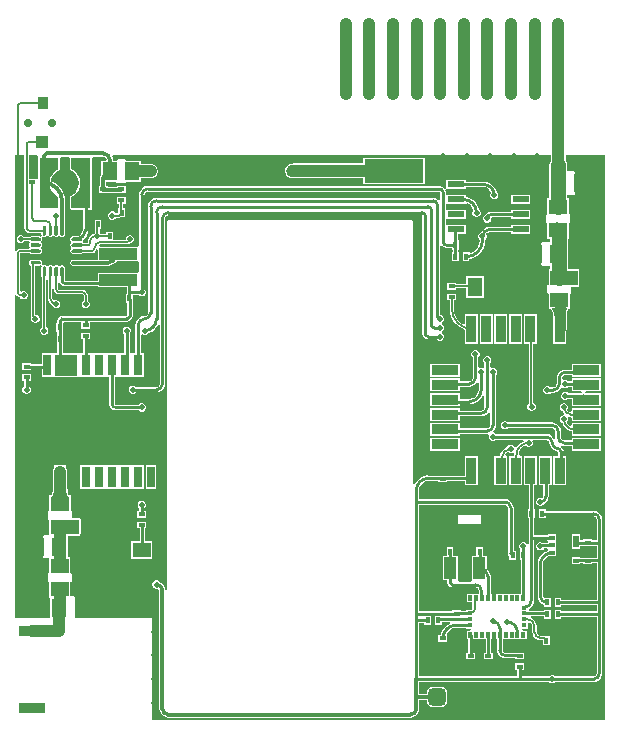
<source format=gbr>
G04*
G04 #@! TF.GenerationSoftware,Altium Limited,Altium Designer,25.8.1 (18)*
G04*
G04 Layer_Physical_Order=1*
G04 Layer_Color=255*
%FSLAX25Y25*%
%MOIN*%
G70*
G04*
G04 #@! TF.SameCoordinates,505960B2-D5C5-487F-9968-D24D6DC54575*
G04*
G04*
G04 #@! TF.FilePolarity,Positive*
G04*
G01*
G75*
%ADD24R,0.03740X0.04331*%
%ADD25R,0.04331X0.04331*%
%ADD26R,0.05118X0.06299*%
%ADD27R,0.06299X0.05118*%
%ADD28R,0.05750X0.02200*%
%ADD29R,0.08661X0.04134*%
%ADD30R,0.02254X0.01438*%
%ADD31R,0.09055X0.03543*%
%ADD32R,0.03543X0.09055*%
%ADD33R,0.01438X0.02254*%
%ADD34R,0.19685X0.07874*%
%ADD35R,0.01968X0.01378*%
%ADD36R,0.01575X0.01900*%
%ADD37R,0.01500X0.01575*%
G04:AMPARAMS|DCode=38|XSize=59.06mil|YSize=59.06mil|CornerRadius=14.76mil|HoleSize=0mil|Usage=FLASHONLY|Rotation=270.000|XOffset=0mil|YOffset=0mil|HoleType=Round|Shape=RoundedRectangle|*
%AMROUNDEDRECTD38*
21,1,0.05906,0.02953,0,0,270.0*
21,1,0.02953,0.05906,0,0,270.0*
1,1,0.02953,-0.01476,-0.01476*
1,1,0.02953,-0.01476,0.01476*
1,1,0.02953,0.01476,0.01476*
1,1,0.02953,0.01476,-0.01476*
%
%ADD38ROUNDEDRECTD38*%
%ADD39R,0.12598X0.03937*%
%ADD40R,0.04300X0.07500*%
%ADD41R,0.04134X0.03937*%
%ADD42R,0.08503X0.03791*%
G04:AMPARAMS|DCode=43|XSize=19.68mil|YSize=19.68mil|CornerRadius=4.92mil|HoleSize=0mil|Usage=FLASHONLY|Rotation=0.000|XOffset=0mil|YOffset=0mil|HoleType=Round|Shape=RoundedRectangle|*
%AMROUNDEDRECTD43*
21,1,0.01968,0.00984,0,0,0.0*
21,1,0.00984,0.01968,0,0,0.0*
1,1,0.00984,0.00492,-0.00492*
1,1,0.00984,-0.00492,-0.00492*
1,1,0.00984,-0.00492,0.00492*
1,1,0.00984,0.00492,0.00492*
%
%ADD43ROUNDEDRECTD43*%
%ADD44R,0.03937X0.05118*%
%ADD45R,0.01968X0.03937*%
%ADD46R,0.19685X0.07874*%
%ADD49R,0.02756X0.07087*%
%ADD50R,0.03150X0.07087*%
%ADD56C,0.00992*%
%ADD57R,0.08071X0.08071*%
%ADD65C,0.01968*%
%ADD66C,0.01000*%
%ADD67C,0.00591*%
%ADD68C,0.01181*%
%ADD69C,0.03937*%
%ADD70C,0.05118*%
%ADD71R,0.03150X0.16929*%
%ADD72C,0.03543*%
%ADD73C,0.02756*%
%ADD74C,0.03937*%
G36*
X7878Y187999D02*
X7874Y187992D01*
X7874D01*
X7842Y187598D01*
Y180952D01*
X7426Y180625D01*
X4640D01*
Y188550D01*
X7570D01*
X7878Y187999D01*
D02*
G37*
G36*
X141732Y176225D02*
X141763Y176212D01*
X141776Y176181D01*
X141805D01*
Y173561D01*
X141254Y173394D01*
X141118Y173598D01*
X140497Y174013D01*
X139764Y174159D01*
Y174140D01*
X47244D01*
Y174147D01*
X46497Y174048D01*
X45801Y173760D01*
X45203Y173301D01*
X44744Y172703D01*
X44456Y172007D01*
X44357Y171260D01*
X44364D01*
Y135827D01*
X44352D01*
X44272Y135427D01*
X44046Y135088D01*
X43707Y134861D01*
X43307Y134782D01*
Y134779D01*
X42489Y134671D01*
X41728Y134356D01*
X41074Y133854D01*
X40571Y133200D01*
X40256Y132438D01*
X40148Y131620D01*
X40158D01*
Y122432D01*
X39258D01*
X39101Y122432D01*
X38707D01*
X38313Y122885D01*
Y128884D01*
X38570Y129141D01*
X38780Y129647D01*
Y130195D01*
X38570Y130702D01*
X38182Y131089D01*
X37676Y131299D01*
X37128D01*
X36621Y131089D01*
X36233Y130702D01*
X36024Y130195D01*
Y129647D01*
X36233Y129141D01*
X36490Y128884D01*
Y122432D01*
X34927D01*
X34770Y122432D01*
X34376D01*
X34219Y122432D01*
X30597D01*
X30439Y122432D01*
X30045D01*
X29888Y122432D01*
X26266D01*
X26108Y122432D01*
X25715D01*
X25557Y122432D01*
X24533D01*
Y127021D01*
X25143D01*
Y129247D01*
X22101D01*
Y127021D01*
X22711D01*
Y122432D01*
X21935D01*
X21778Y122432D01*
X21384D01*
X21226Y122432D01*
X17604D01*
X17447Y122432D01*
X17447Y122432D01*
X17053D01*
Y122432D01*
X16896Y122432D01*
X15996D01*
Y125538D01*
X16230D01*
Y128580D01*
X15996D01*
Y129475D01*
X16049D01*
Y132517D01*
X16341Y132947D01*
X21602D01*
X22101Y132822D01*
Y130596D01*
X25143D01*
Y132822D01*
X25642Y132947D01*
X37402D01*
Y132928D01*
X38134Y133073D01*
X38756Y133489D01*
X39171Y134110D01*
X39316Y134843D01*
X39297D01*
Y139227D01*
X39318D01*
Y141805D01*
X41285D01*
X41542Y141548D01*
X42049Y141339D01*
X42597D01*
X43103Y141548D01*
X43491Y141936D01*
X43701Y142443D01*
Y142991D01*
X43491Y143497D01*
X43234Y143754D01*
Y175197D01*
X43246D01*
X43326Y175597D01*
X43553Y175936D01*
X43892Y176162D01*
X44291Y176242D01*
Y176254D01*
X52165D01*
X137008Y176254D01*
X141732D01*
Y176225D01*
D02*
G37*
G36*
X25197Y170669D02*
X18898D01*
Y174496D01*
X18897Y174496D01*
X19325Y174721D01*
X20108Y175286D01*
X20770Y175989D01*
X21289Y176804D01*
X21646Y177701D01*
X21827Y178650D01*
X21828Y179616D01*
X21646Y180565D01*
X21290Y181463D01*
X20771Y182278D01*
X20109Y182980D01*
X19326Y183546D01*
X18898Y183771D01*
X18898Y183771D01*
Y187598D01*
X25197D01*
Y170669D01*
D02*
G37*
G36*
X14567Y183772D02*
X14568D01*
X14140Y183547D01*
X13357Y182981D01*
X12694Y182279D01*
X12175Y181464D01*
X11819Y180566D01*
X11637Y179618D01*
X11637Y178652D01*
X11818Y177703D01*
X12175Y176805D01*
X12693Y175990D01*
X13356Y175287D01*
X14139Y174722D01*
X14567Y174496D01*
X14567Y174496D01*
X14567Y174497D01*
Y170669D01*
X8268D01*
Y187598D01*
X14567D01*
Y183772D01*
D02*
G37*
G36*
X16299Y162165D02*
Y162056D01*
X16215Y161853D01*
X16060Y161698D01*
X15858Y161614D01*
X15638D01*
X15436Y161698D01*
X15281Y161853D01*
X15197Y162056D01*
Y162165D01*
Y164961D01*
X16299D01*
X16299Y162165D01*
D02*
G37*
G36*
X14331D02*
Y162056D01*
X14247Y161853D01*
X14092Y161698D01*
X13889Y161614D01*
X13670D01*
X13467Y161698D01*
X13312Y161853D01*
X13228Y162056D01*
Y162165D01*
Y164961D01*
X14331D01*
Y162165D01*
D02*
G37*
G36*
X12362D02*
Y162056D01*
X12278Y161853D01*
X12123Y161698D01*
X11921Y161614D01*
X11701D01*
X11499Y161698D01*
X11344Y161853D01*
X11260Y162056D01*
Y162165D01*
X11260D01*
Y164961D01*
X12362D01*
Y162165D01*
D02*
G37*
G36*
X10394D02*
Y162056D01*
X10310Y161853D01*
X10155Y161698D01*
X9952Y161614D01*
X9733D01*
X9530Y161698D01*
X9375Y161853D01*
X9291Y162056D01*
Y162165D01*
Y164961D01*
X10394D01*
Y162165D01*
D02*
G37*
G36*
X3235Y164370D02*
X3211D01*
X3356Y163641D01*
X3769Y163023D01*
X4387Y162610D01*
X5116Y162466D01*
Y162489D01*
X8865D01*
Y162056D01*
X8898Y161977D01*
Y161893D01*
X8982Y161690D01*
X8819Y161457D01*
X8585Y161294D01*
X8383Y161378D01*
X8298D01*
X8220Y161410D01*
X5315D01*
X5014Y161286D01*
X4952Y161135D01*
X3169D01*
X3137Y161214D01*
X2749Y161601D01*
X2243Y161811D01*
X1694D01*
X1188Y161601D01*
X800Y161214D01*
X591Y160707D01*
Y160159D01*
X800Y159652D01*
X1188Y159265D01*
X1694Y159055D01*
X2243D01*
X2749Y159265D01*
X3137Y159652D01*
X3169Y159731D01*
X4707D01*
X4941Y159218D01*
X4912Y159071D01*
X4889Y159016D01*
Y157913D01*
X4912Y157858D01*
X4941Y157711D01*
X4707Y157199D01*
X1969D01*
Y157218D01*
X1316Y157088D01*
X762Y156718D01*
X551Y156402D01*
X0Y156570D01*
Y188550D01*
X3235D01*
Y164370D01*
D02*
G37*
G36*
X22244Y159882D02*
X19339D01*
X19137Y159966D01*
X18981Y160121D01*
X18898Y160323D01*
Y160433D01*
Y160543D01*
X18981Y160745D01*
X19137Y160900D01*
X19339Y160984D01*
X22244D01*
Y159882D01*
D02*
G37*
G36*
X8422Y160900D02*
X8578Y160745D01*
X8661Y160543D01*
Y160433D01*
Y160323D01*
X8578Y160121D01*
X8422Y159966D01*
X8220Y159882D01*
X5315D01*
Y160984D01*
X8220D01*
X8422Y160900D01*
D02*
G37*
G36*
X22244Y157913D02*
X19339D01*
X19137Y157997D01*
X18981Y158152D01*
X18898Y158355D01*
Y158465D01*
Y158574D01*
X18981Y158777D01*
X19137Y158932D01*
X19339Y159016D01*
X19449D01*
Y159016D01*
X22244D01*
Y157913D01*
D02*
G37*
G36*
X8110Y159016D02*
X8220D01*
X8422Y158932D01*
X8578Y158777D01*
X8661Y158574D01*
Y158465D01*
Y158355D01*
X8578Y158152D01*
X8422Y157997D01*
X8220Y157913D01*
X5315D01*
Y159016D01*
X8110Y159016D01*
D02*
G37*
G36*
X22244Y155945D02*
X19339D01*
X19137Y156029D01*
X18981Y156184D01*
X18898Y156386D01*
Y156496D01*
Y156606D01*
X18981Y156808D01*
X19137Y156963D01*
X19339Y157047D01*
X22244D01*
Y155945D01*
D02*
G37*
G36*
X8422Y156963D02*
X8578Y156808D01*
X8661Y156606D01*
Y156496D01*
Y156386D01*
X8578Y156184D01*
X8422Y156029D01*
X8220Y155945D01*
X5315D01*
Y157047D01*
X8220D01*
X8422Y156963D01*
D02*
G37*
G36*
X22244Y152008D02*
X19339D01*
X19137Y152092D01*
X18981Y152247D01*
X18898Y152449D01*
Y152559D01*
Y152669D01*
X18981Y152871D01*
X19137Y153026D01*
X19339Y153110D01*
X22244D01*
Y152008D01*
D02*
G37*
G36*
X8422Y153026D02*
X8578Y152871D01*
X8661Y152669D01*
Y152559D01*
Y152449D01*
X8578Y152247D01*
X8422Y152092D01*
X8220Y152008D01*
X5315D01*
Y153110D01*
X8220D01*
X8422Y153026D01*
D02*
G37*
G36*
X16060Y151294D02*
X16215Y151139D01*
X16299Y150936D01*
Y150827D01*
X16299D01*
Y148031D01*
X15197D01*
Y150827D01*
Y150936D01*
X15281Y151139D01*
X15436Y151294D01*
X15638Y151378D01*
X15858D01*
X16060Y151294D01*
D02*
G37*
G36*
X14092D02*
X14247Y151139D01*
X14331Y150936D01*
Y150827D01*
Y148031D01*
X13228D01*
Y150827D01*
Y150936D01*
X13312Y151139D01*
X13467Y151294D01*
X13670Y151378D01*
X13889D01*
X14092Y151294D01*
D02*
G37*
G36*
X12123D02*
X12278Y151139D01*
X12362Y150936D01*
Y150827D01*
Y148031D01*
X11260D01*
X11260Y150827D01*
Y150936D01*
X11344Y151139D01*
X11499Y151294D01*
X11701Y151378D01*
X11921D01*
X12123Y151294D01*
D02*
G37*
G36*
X10155D02*
X10310Y151139D01*
X10394Y150936D01*
Y150827D01*
Y148031D01*
X9291D01*
Y150827D01*
Y150936D01*
X9375Y151139D01*
X9530Y151294D01*
X9733Y151378D01*
X9952D01*
X10155Y151294D01*
D02*
G37*
G36*
X196850Y0D02*
X45702D01*
Y33858D01*
X45577Y34160D01*
X45276Y34284D01*
X20175D01*
Y40897D01*
X20050Y41198D01*
X19748Y41323D01*
X18511D01*
Y46046D01*
X18511D01*
X18812Y46171D01*
X18937Y46472D01*
Y48835D01*
X18812Y49136D01*
X18511Y49261D01*
X18511D01*
Y54346D01*
X18385D01*
X17860Y54410D01*
Y61497D01*
X18368Y61601D01*
X21830D01*
Y62269D01*
X21994D01*
Y66994D01*
X21830D01*
Y67506D01*
X19054D01*
Y69479D01*
X18929Y69780D01*
X18628Y69905D01*
X18628D01*
Y74439D01*
X18628Y74489D01*
X18642Y74510D01*
X18640Y74565D01*
X18648Y74585D01*
X18628Y74990D01*
X18318Y74990D01*
X18297Y75004D01*
X18151Y75030D01*
X18076Y75075D01*
X17976Y75187D01*
X17863Y75391D01*
X17754Y75692D01*
X17658Y76086D01*
X17582Y76563D01*
X17493Y77760D01*
Y82677D01*
X17310Y83599D01*
X17053Y83983D01*
Y85030D01*
X15365D01*
X15085Y85086D01*
X14804Y85030D01*
X13116D01*
Y83983D01*
X12860Y83599D01*
X12676Y82677D01*
Y78109D01*
X12644Y77132D01*
X12588Y76569D01*
X12511Y76086D01*
X12415Y75692D01*
X12306Y75391D01*
X12193Y75187D01*
X12094Y75075D01*
X12018Y75030D01*
X11873Y75004D01*
X11851Y74990D01*
X11541Y74990D01*
X11521Y74585D01*
X11529Y74565D01*
X11528Y74510D01*
X11541Y74489D01*
X11541Y74439D01*
Y69905D01*
X11541D01*
X11240Y69780D01*
X11115Y69479D01*
Y67116D01*
X11240Y66815D01*
X11541Y66690D01*
X11541D01*
Y61923D01*
X9986D01*
X9685Y61798D01*
X9560Y61497D01*
Y54410D01*
X9685Y54109D01*
X9986Y53984D01*
X11424D01*
Y49261D01*
X11424D01*
X11123Y49136D01*
X10998Y48835D01*
Y46472D01*
X11123Y46171D01*
X11424Y46046D01*
X11424D01*
Y40961D01*
X11875Y40897D01*
Y34284D01*
X0D01*
Y141659D01*
X551Y141826D01*
X762Y141510D01*
X1316Y141140D01*
X1742Y141056D01*
X1785Y140952D01*
X2172Y140564D01*
X2679Y140354D01*
X3227D01*
X3733Y140564D01*
X4121Y140952D01*
X4331Y141458D01*
Y142006D01*
X4121Y142513D01*
X3733Y142901D01*
X3227Y143110D01*
X2679D01*
X2238Y142928D01*
X1946Y143038D01*
X1687Y143194D01*
Y155512D01*
X1703D01*
X1781Y155700D01*
X1969Y155777D01*
Y155794D01*
X4952D01*
X5014Y155644D01*
X5315Y155519D01*
X8220D01*
X8298Y155551D01*
X8383D01*
X8585Y155635D01*
X8646Y155695D01*
X8724Y155728D01*
X8879Y155883D01*
X8911Y155961D01*
X8971Y156021D01*
X9055Y156223D01*
Y156308D01*
X9088Y156386D01*
Y156606D01*
X9055Y156684D01*
X9055Y156769D01*
X8971Y156971D01*
X8911Y157031D01*
X8879Y157110D01*
X8845Y157143D01*
X8831Y157168D01*
X8768Y157480D01*
X8831Y157793D01*
X8845Y157817D01*
X8879Y157851D01*
X8911Y157929D01*
X8971Y157989D01*
X9055Y158192D01*
Y158277D01*
X9088Y158355D01*
Y158574D01*
X9055Y158652D01*
X9055Y158737D01*
X8971Y158940D01*
X8911Y159000D01*
X8879Y159078D01*
X8845Y159112D01*
X8831Y159136D01*
X8768Y159449D01*
X8831Y159761D01*
X8845Y159786D01*
X8879Y159819D01*
X8911Y159898D01*
X8971Y159958D01*
X9055Y160160D01*
Y160245D01*
X9088Y160323D01*
Y160543D01*
X9055Y160621D01*
X9055Y160706D01*
X8971Y160908D01*
X9134Y161141D01*
X9367Y161304D01*
X9570Y161221D01*
X9655D01*
X9733Y161188D01*
X9952D01*
X10030Y161221D01*
X10115D01*
X10318Y161304D01*
X10378Y161364D01*
X10456Y161397D01*
X10490Y161430D01*
X10514Y161444D01*
X10827Y161508D01*
X11139Y161444D01*
X11164Y161430D01*
X11197Y161397D01*
X11276Y161364D01*
X11336Y161304D01*
X11538Y161221D01*
X11623D01*
X11701Y161188D01*
X11921D01*
X11999Y161221D01*
X12084D01*
X12286Y161304D01*
X12346Y161364D01*
X12425Y161397D01*
X12458Y161430D01*
X12483Y161444D01*
X12795Y161508D01*
X13108Y161444D01*
X13132Y161430D01*
X13166Y161397D01*
X13244Y161364D01*
X13304Y161304D01*
X13507Y161221D01*
X13592D01*
X13670Y161188D01*
X13889D01*
X13968Y161221D01*
X14052D01*
X14255Y161304D01*
X14315Y161364D01*
X14393Y161397D01*
X14427Y161430D01*
X14451Y161444D01*
X14764Y161508D01*
X15076Y161444D01*
X15101Y161430D01*
X15134Y161397D01*
X15213Y161364D01*
X15273Y161304D01*
X15475Y161221D01*
X15560D01*
X15638Y161188D01*
X15858D01*
X15936Y161221D01*
X16021D01*
X16223Y161304D01*
X16283Y161364D01*
X16362Y161397D01*
X16517Y161552D01*
X16549Y161630D01*
X16609Y161690D01*
X16693Y161893D01*
Y161977D01*
X16725Y162056D01*
Y163059D01*
X16752Y163191D01*
Y173228D01*
X16766D01*
X16633Y174579D01*
X16239Y175878D01*
X15599Y177075D01*
X14738Y178124D01*
X13689Y178985D01*
X12492Y179624D01*
X12095Y179745D01*
X12230Y180446D01*
X12556Y181269D01*
X13032Y182016D01*
X13639Y182659D01*
X14365Y183184D01*
X14766Y183395D01*
X14808Y183445D01*
X14869Y183470D01*
X14909Y183566D01*
X14975Y183645D01*
X14969Y183711D01*
X14994Y183772D01*
X14993Y183774D01*
Y187598D01*
X15435Y187973D01*
X18030D01*
X18472Y187598D01*
Y183771D01*
X18497Y183710D01*
X18491Y183645D01*
X18492Y183644D01*
X18497Y183637D01*
X18496Y183627D01*
X18560Y183557D01*
X18596Y183469D01*
X18658Y183444D01*
X18699Y183394D01*
X18715Y183386D01*
X18716Y183385D01*
X18716Y183385D01*
X19101Y183183D01*
X19826Y182659D01*
X20433Y182015D01*
X20909Y181268D01*
X21235Y180445D01*
X21402Y179576D01*
X21401Y178691D01*
X21235Y177821D01*
X20908Y176999D01*
X20433Y176252D01*
X19825Y175608D01*
X19099Y175084D01*
X18698Y174873D01*
X18656Y174822D01*
X18596Y174797D01*
X18596Y174796D01*
X18592Y174794D01*
X18554Y174700D01*
X18490Y174622D01*
X18496Y174555D01*
X18494Y174550D01*
X18472Y174496D01*
Y174494D01*
X18470Y174492D01*
X18472Y174489D01*
Y170669D01*
X18596Y170368D01*
X18898Y170243D01*
X22711D01*
Y163581D01*
X22716Y163554D01*
X22550Y162721D01*
X22063Y161992D01*
X21335Y161505D01*
X20861Y161410D01*
X19339D01*
X19261Y161378D01*
X19176Y161378D01*
X18973Y161294D01*
X18914Y161234D01*
X18835Y161202D01*
X18680Y161047D01*
X18648Y160968D01*
X18588Y160908D01*
X18504Y160706D01*
Y160621D01*
X18472Y160543D01*
Y160323D01*
X18504Y160245D01*
Y160160D01*
X18588Y159958D01*
X18648Y159898D01*
X18680Y159819D01*
X18714Y159786D01*
X18728Y159761D01*
X18791Y159449D01*
X18728Y159136D01*
X18714Y159112D01*
X18680Y159078D01*
X18648Y159000D01*
X18588Y158940D01*
X18504Y158737D01*
Y158652D01*
X18472Y158574D01*
Y158355D01*
X18504Y158277D01*
Y158192D01*
X18588Y157989D01*
X18648Y157929D01*
X18680Y157851D01*
X18714Y157817D01*
X18728Y157793D01*
X18791Y157480D01*
X18728Y157168D01*
X18714Y157143D01*
X18680Y157110D01*
X18648Y157031D01*
X18588Y156971D01*
X18504Y156769D01*
Y156684D01*
X18472Y156606D01*
Y156386D01*
X18504Y156308D01*
Y156223D01*
X18588Y156021D01*
X18648Y155961D01*
X18680Y155883D01*
X18835Y155728D01*
X18914Y155695D01*
X18973Y155635D01*
X19176Y155551D01*
X19261D01*
X19339Y155519D01*
X22244D01*
X22545Y155644D01*
X22608Y155794D01*
X25591D01*
Y155774D01*
X26243Y155904D01*
X26797Y156274D01*
X27167Y156827D01*
X27205Y157019D01*
X27756Y156964D01*
Y153563D01*
X19490D01*
X19359Y153536D01*
X19339D01*
X19321Y153529D01*
X19196Y153504D01*
X19176D01*
X19158Y153497D01*
X19106Y153486D01*
X19062Y153457D01*
X18973Y153420D01*
X18914Y153360D01*
X18835Y153328D01*
X18680Y153173D01*
X18648Y153094D01*
X18588Y153034D01*
X18504Y152832D01*
Y152747D01*
X18472Y152669D01*
Y152449D01*
X18504Y152371D01*
Y152286D01*
X18588Y152084D01*
X18648Y152024D01*
X18680Y151945D01*
X18835Y151790D01*
X18914Y151758D01*
X18973Y151698D01*
X19062Y151661D01*
X19106Y151632D01*
X19158Y151622D01*
X19176Y151614D01*
X19196D01*
X19321Y151589D01*
X19339Y151582D01*
X19359D01*
X19490Y151556D01*
X31102D01*
Y151546D01*
X31976Y151661D01*
X32790Y151998D01*
X33489Y152534D01*
X33961Y153150D01*
X40860D01*
X41142Y153150D01*
X41412Y152710D01*
Y149652D01*
X41142Y149213D01*
X27756D01*
Y146581D01*
X16732D01*
Y146610D01*
X16701Y146623D01*
X16688Y146653D01*
X16659D01*
Y147872D01*
X16725Y148031D01*
Y150827D01*
X16725Y150827D01*
Y150936D01*
X16693Y151015D01*
X16693Y151100D01*
X16609Y151302D01*
X16549Y151362D01*
X16517Y151440D01*
X16362Y151595D01*
X16283Y151628D01*
X16223Y151688D01*
X16021Y151772D01*
X15936D01*
X15858Y151804D01*
X15638D01*
X15560Y151772D01*
X15475Y151772D01*
X15273Y151688D01*
X15213Y151628D01*
X15134Y151595D01*
X15101Y151562D01*
X15076Y151548D01*
X14764Y151484D01*
X14451Y151548D01*
X14427Y151562D01*
X14393Y151595D01*
X14315Y151628D01*
X14255Y151688D01*
X14052Y151772D01*
X13968D01*
X13889Y151804D01*
X13670D01*
X13592Y151772D01*
X13507Y151772D01*
X13304Y151688D01*
X13244Y151628D01*
X13166Y151595D01*
X13132Y151562D01*
X13108Y151548D01*
X12795Y151484D01*
X12483Y151548D01*
X12458Y151562D01*
X12425Y151595D01*
X12346Y151628D01*
X12286Y151688D01*
X12084Y151772D01*
X11999D01*
X11921Y151804D01*
X11701D01*
X11623Y151772D01*
X11538Y151772D01*
X11336Y151688D01*
X11276Y151628D01*
X11197Y151595D01*
X11164Y151562D01*
X11139Y151548D01*
X10827Y151484D01*
X10514Y151548D01*
X10490Y151562D01*
X10456Y151595D01*
X10378Y151628D01*
X10318Y151688D01*
X10115Y151772D01*
X10030D01*
X9952Y151804D01*
X9733D01*
X9655Y151772D01*
X9570Y151772D01*
X9396Y151699D01*
X9360Y151693D01*
X9134Y151851D01*
X8976Y152076D01*
X8983Y152112D01*
X9055Y152286D01*
Y152371D01*
X9088Y152449D01*
Y152669D01*
X9055Y152747D01*
X9055Y152832D01*
X8971Y153034D01*
X8911Y153094D01*
X8879Y153173D01*
X8724Y153328D01*
X8646Y153360D01*
X8585Y153420D01*
X8383Y153504D01*
X8298D01*
X8220Y153536D01*
X5315D01*
X5014Y153412D01*
X4889Y153110D01*
Y152008D01*
X5014Y151707D01*
X5315Y151582D01*
X5398D01*
Y134648D01*
X5382D01*
X5497Y134071D01*
X5512Y134049D01*
Y133584D01*
X5722Y133078D01*
X6109Y132690D01*
X6616Y132480D01*
X7164D01*
X7670Y132690D01*
X8058Y133078D01*
X8268Y133584D01*
Y134132D01*
X8058Y134639D01*
X7670Y135026D01*
X7164Y135236D01*
X6803D01*
Y151582D01*
X8220D01*
X8298Y151614D01*
X8383D01*
X8557Y151686D01*
X8593Y151693D01*
X8819Y151535D01*
X8976Y151309D01*
X8970Y151274D01*
X8898Y151100D01*
Y151015D01*
X8865Y150936D01*
Y148031D01*
X8990Y147730D01*
X9140Y147668D01*
Y131122D01*
X9062Y131089D01*
X8674Y130702D01*
X8465Y130195D01*
Y129647D01*
X8674Y129141D01*
X9062Y128753D01*
X9568Y128543D01*
X10117D01*
X10623Y128753D01*
X11011Y129141D01*
X11220Y129647D01*
Y130195D01*
X11011Y130702D01*
X10623Y131089D01*
X10545Y131122D01*
Y146801D01*
X10827Y146964D01*
X11108Y146801D01*
Y140748D01*
X11099D01*
X11190Y140054D01*
X11458Y139408D01*
X11884Y138853D01*
X12432Y138433D01*
X12611Y137999D01*
X12999Y137611D01*
X13505Y137402D01*
X14054D01*
X14560Y137611D01*
X14948Y137999D01*
X15157Y138505D01*
Y139054D01*
X14948Y139560D01*
X14560Y139948D01*
X14054Y140157D01*
X13505D01*
X13084Y139983D01*
X12734Y140211D01*
X12608Y140336D01*
X12526Y140748D01*
X12514D01*
Y143684D01*
X13058Y143701D01*
X13188Y143048D01*
X13557Y142494D01*
X14111Y142125D01*
X14764Y141995D01*
Y142014D01*
X22638D01*
Y141998D01*
X22826Y141920D01*
X22903Y141732D01*
X22920D01*
Y139980D01*
X22841Y139948D01*
X22454Y139560D01*
X22244Y139054D01*
Y138505D01*
X22454Y137999D01*
X22841Y137611D01*
X23348Y137402D01*
X23896D01*
X24403Y137611D01*
X24790Y137999D01*
X25000Y138505D01*
Y139054D01*
X24790Y139560D01*
X24403Y139948D01*
X24325Y139980D01*
Y141732D01*
X24344D01*
X24214Y142385D01*
X23844Y142939D01*
X23291Y143308D01*
X22638Y143438D01*
Y143419D01*
X14764D01*
Y143435D01*
X14576Y143513D01*
X14498Y143701D01*
X14482D01*
Y145724D01*
X14505Y145734D01*
X15033Y145816D01*
X15378Y145300D01*
X16000Y144885D01*
X16732Y144739D01*
Y144758D01*
X27756D01*
Y144488D01*
X37278D01*
Y142269D01*
X37092D01*
Y139227D01*
X37475D01*
Y134843D01*
X37446D01*
X37433Y134811D01*
X37402Y134799D01*
Y134769D01*
X15748D01*
Y134783D01*
X15141Y134662D01*
X14626Y134318D01*
X14281Y133802D01*
X14161Y133195D01*
X14174D01*
Y132517D01*
X13823D01*
Y129475D01*
X14174D01*
Y128580D01*
X14004D01*
Y125538D01*
X14174D01*
Y122432D01*
X13116D01*
Y122432D01*
X13077Y122428D01*
X12526Y122432D01*
Y122432D01*
X8982D01*
Y118840D01*
X5458D01*
Y119042D01*
X2416D01*
Y116816D01*
X5458D01*
Y117018D01*
X8982D01*
Y114558D01*
X12458D01*
X12526Y114558D01*
X13059Y114548D01*
X13360Y114423D01*
X20860D01*
X21161Y114548D01*
X21165Y114558D01*
X21384Y114558D01*
X21778D01*
X21935Y114558D01*
X25557D01*
X25715Y114558D01*
X26108D01*
X26266Y114558D01*
X29888D01*
X30045Y114558D01*
X30439D01*
X30597Y114558D01*
X31569D01*
Y105315D01*
X31550D01*
X31696Y104582D01*
X32111Y103961D01*
X32732Y103546D01*
X33465Y103400D01*
Y103419D01*
X41285D01*
X41542Y103163D01*
X42049Y102953D01*
X42597D01*
X43103Y103163D01*
X43491Y103550D01*
X43701Y104057D01*
Y104605D01*
X43491Y105111D01*
X43103Y105499D01*
X42597Y105709D01*
X42049D01*
X41542Y105499D01*
X41285Y105242D01*
X33465D01*
Y105271D01*
X33433Y105284D01*
X33421Y105315D01*
X33391D01*
Y114558D01*
X34219D01*
X34376Y114558D01*
X34770D01*
X34927Y114558D01*
X38549D01*
X38707Y114558D01*
X39101D01*
X39258Y114558D01*
X43038D01*
Y122432D01*
X41980D01*
Y128520D01*
X42527Y128753D01*
X43033Y128543D01*
X43581D01*
X44088Y128753D01*
X44474Y129139D01*
X44568Y129152D01*
X45743Y129639D01*
X46752Y130413D01*
X47527Y131422D01*
X47750Y131962D01*
X48301Y131852D01*
Y112205D01*
X48289D01*
X48209Y111805D01*
X47983Y111466D01*
X47644Y111239D01*
X47244Y111160D01*
Y111147D01*
X40408D01*
X40151Y111404D01*
X39644Y111614D01*
X39096D01*
X38590Y111404D01*
X38202Y111017D01*
X37992Y110510D01*
Y109962D01*
X38202Y109456D01*
X38590Y109068D01*
X39096Y108858D01*
X39644D01*
X40151Y109068D01*
X40408Y109325D01*
X47244D01*
Y109318D01*
X47991Y109416D01*
X48687Y109705D01*
X49285Y110163D01*
X49744Y110761D01*
X50033Y111458D01*
X50131Y112205D01*
X50124D01*
Y167323D01*
X50136D01*
X50216Y167723D01*
X50442Y168062D01*
X50781Y168288D01*
X51181Y168368D01*
Y168380D01*
X135827D01*
Y168351D01*
X135858Y168338D01*
X135871Y168307D01*
X135900D01*
Y128937D01*
X135880D01*
X136026Y128204D01*
X136441Y127583D01*
X137063Y127168D01*
X137795Y127022D01*
Y127042D01*
X140695D01*
X140952Y126785D01*
X141458Y126575D01*
X142006D01*
X142513Y126785D01*
X142901Y127172D01*
X143110Y127679D01*
Y128227D01*
X142901Y128733D01*
X142513Y129121D01*
X142489Y129131D01*
Y129727D01*
X142513Y129737D01*
X142901Y130125D01*
X143110Y130631D01*
Y131180D01*
X142901Y131686D01*
X142513Y132074D01*
X142489Y132084D01*
Y132680D01*
X142513Y132690D01*
X142901Y133078D01*
X143110Y133584D01*
Y134132D01*
X142901Y134639D01*
X142513Y135026D01*
X142006Y135236D01*
X141659D01*
Y158132D01*
X142210Y158299D01*
X142347Y158095D01*
X142968Y157680D01*
X143701Y157534D01*
Y157553D01*
X145722D01*
Y156944D01*
X145923D01*
Y156048D01*
X145722D01*
Y153007D01*
X147948D01*
Y156048D01*
X147746D01*
Y156944D01*
X147948D01*
Y159985D01*
X147746D01*
Y162168D01*
X150418D01*
Y165155D01*
X143880D01*
X143628Y165602D01*
Y166721D01*
X143880Y167168D01*
X144179Y167168D01*
X150418D01*
Y170155D01*
X144179D01*
X143880Y170155D01*
X143628Y170602D01*
Y171721D01*
X143880Y172168D01*
X144179Y172168D01*
X150418D01*
Y172168D01*
X150831Y172444D01*
X151246Y172272D01*
X151982Y171707D01*
X152547Y170970D01*
X152903Y170113D01*
X152903Y170108D01*
X152769Y169974D01*
X152559Y169467D01*
Y168919D01*
X152769Y168412D01*
X153156Y168025D01*
X153663Y167815D01*
X154211D01*
X154718Y168025D01*
X155105Y168412D01*
X155315Y168919D01*
Y169467D01*
X155105Y169974D01*
X154724Y170355D01*
X154693Y170593D01*
X154152Y171897D01*
X153293Y173017D01*
X152173Y173877D01*
X150868Y174417D01*
X150418Y174476D01*
Y175155D01*
X144179D01*
X143880Y175155D01*
X143628Y175602D01*
Y176162D01*
X143647Y176181D01*
X143647D01*
X143551Y176663D01*
X143532Y176761D01*
X143913Y177137D01*
X143970Y177168D01*
X144361Y177168D01*
X150418D01*
Y177750D01*
X156280D01*
Y177740D01*
X156963Y177650D01*
X157600Y177386D01*
X158148Y176967D01*
X158568Y176419D01*
X158757Y175962D01*
X158674Y175879D01*
X158465Y175373D01*
Y174824D01*
X158674Y174318D01*
X159062Y173930D01*
X159568Y173721D01*
X160117D01*
X160623Y173930D01*
X161011Y174318D01*
X161221Y174824D01*
Y175373D01*
X161011Y175879D01*
X160623Y176267D01*
X160619Y176268D01*
X160172Y177346D01*
X159458Y178277D01*
X158527Y178991D01*
X157443Y179440D01*
X156280Y179594D01*
Y179573D01*
X150418D01*
Y180155D01*
X143880D01*
Y177682D01*
X143880Y177673D01*
X143880Y177673D01*
X143880Y177339D01*
X143329Y177172D01*
X143086Y177535D01*
X142465Y177950D01*
X141732Y178096D01*
Y178077D01*
X137008D01*
X52165Y178077D01*
X44291D01*
Y178084D01*
X43544Y177985D01*
X42848Y177697D01*
X42250Y177238D01*
X41791Y176640D01*
X41503Y175944D01*
X41404Y175197D01*
X41412D01*
Y158313D01*
X41142Y157874D01*
X40860Y157874D01*
X28496D01*
X28027Y158425D01*
X28061Y158637D01*
X28064Y158639D01*
X28543Y158734D01*
Y158746D01*
X37402D01*
Y158727D01*
X38054Y158857D01*
X38351Y159055D01*
X38660D01*
X39166Y159265D01*
X39554Y159652D01*
X39764Y160159D01*
Y160707D01*
X39554Y161214D01*
X39166Y161601D01*
X38660Y161811D01*
X38112D01*
X37605Y161601D01*
X37218Y161214D01*
X37008Y160707D01*
Y160159D01*
X37003Y160151D01*
X32790D01*
Y162938D01*
X30564D01*
Y162120D01*
X28760D01*
X28727Y162198D01*
X28340Y162585D01*
X28262Y162618D01*
Y163834D01*
X28853D01*
Y166875D01*
X26627D01*
Y163834D01*
X26857D01*
Y162618D01*
X26779Y162585D01*
X26391Y162198D01*
X26351Y162102D01*
X25770Y161987D01*
X25087Y161530D01*
X24631Y160848D01*
X24471Y160043D01*
X24498D01*
Y159167D01*
X22852D01*
X22618Y159679D01*
X22647Y159826D01*
X22670Y159882D01*
Y160171D01*
X23357Y160698D01*
X24004Y161542D01*
X24412Y162525D01*
X24551Y163581D01*
X24533D01*
Y170243D01*
X25197D01*
X25275Y170276D01*
X25591D01*
Y170591D01*
X25623Y170669D01*
Y187598D01*
X26015Y187973D01*
X29528D01*
Y187964D01*
X29969Y187876D01*
X30343Y187627D01*
X30593Y187252D01*
X30610Y187165D01*
X30200Y186614D01*
X28740D01*
Y182008D01*
X28624Y181728D01*
X28516Y180905D01*
X28524D01*
Y178097D01*
X28007D01*
Y175871D01*
X31048D01*
Y175965D01*
X33913D01*
Y175871D01*
X36954D01*
Y178097D01*
X33913D01*
Y177972D01*
X31048D01*
Y178097D01*
X30531D01*
Y179528D01*
X33826D01*
Y179528D01*
X33951Y179226D01*
X34252Y179101D01*
X36614D01*
X36915Y179226D01*
X37040Y179528D01*
Y179528D01*
X42126D01*
Y180662D01*
X45276D01*
X45508Y180709D01*
X45746D01*
X45965Y180799D01*
X46197Y180846D01*
X46395Y180977D01*
X46614Y181068D01*
X46781Y181236D01*
X46979Y181368D01*
X47110Y181565D01*
X47278Y181733D01*
X47369Y181952D01*
X47501Y182149D01*
X47547Y182382D01*
X47638Y182601D01*
Y182838D01*
X47684Y183071D01*
X47638Y183303D01*
Y183541D01*
X47547Y183760D01*
X47501Y183993D01*
X47369Y184190D01*
X47278Y184409D01*
X47110Y184577D01*
X46979Y184774D01*
X46781Y184906D01*
X46614Y185073D01*
X46395Y185164D01*
X46197Y185296D01*
X45965Y185342D01*
X45746Y185433D01*
X45508D01*
X45276Y185479D01*
X42126D01*
Y186614D01*
X37040D01*
Y186614D01*
X36915Y186916D01*
X36614Y187040D01*
X34252D01*
X33951Y186916D01*
X33826Y186614D01*
Y186614D01*
X33174D01*
X32704Y186811D01*
X32596Y187633D01*
X32445Y187999D01*
X32813Y188550D01*
X178788D01*
Y186751D01*
X178618Y186529D01*
X178320Y185810D01*
X178219Y185039D01*
Y179852D01*
X178124Y179134D01*
Y174015D01*
X177559D01*
Y168930D01*
X177559D01*
X177258Y168805D01*
X177133Y168504D01*
Y166142D01*
X177258Y165840D01*
X177559Y165716D01*
X177559D01*
Y160630D01*
X178518D01*
Y159596D01*
X178346Y159481D01*
X175984D01*
X175683Y159356D01*
X175558Y159055D01*
Y151969D01*
X175683Y151667D01*
X175984Y151542D01*
X178346D01*
X178518Y151428D01*
Y150492D01*
X177953D01*
Y145407D01*
X177953D01*
X177651Y145282D01*
X177527Y144981D01*
Y142618D01*
X177651Y142317D01*
X177953Y142192D01*
X177953D01*
Y137658D01*
X177953Y137594D01*
X177935Y137562D01*
X177937Y137523D01*
X177932Y137512D01*
X177953Y137107D01*
X178277Y137107D01*
X178309Y137089D01*
X178554Y137060D01*
X178719Y136995D01*
X178870Y136882D01*
X179017Y136705D01*
X179156Y136450D01*
X179279Y136113D01*
X179380Y135695D01*
X179454Y135196D01*
X179499Y134620D01*
X179505Y134388D01*
Y130512D01*
X179548Y130297D01*
Y125591D01*
X183878D01*
Y130298D01*
X183921Y130512D01*
X183920Y130513D01*
Y134238D01*
X183956Y135214D01*
X184010Y135716D01*
X184085Y136145D01*
X184177Y136493D01*
X184281Y136756D01*
X184387Y136932D01*
X184480Y137027D01*
X184555Y137068D01*
X184702Y137092D01*
X184726Y137107D01*
X185039Y137107D01*
X185060Y137512D01*
X185053Y137530D01*
X185054Y137581D01*
X185039Y137605D01*
X185039Y137658D01*
Y142192D01*
X185039D01*
X185341Y142317D01*
X185466Y142618D01*
Y144606D01*
X188162D01*
Y150512D01*
X184474D01*
Y160630D01*
X184646D01*
Y165716D01*
X184646D01*
X184947Y165840D01*
X185072Y166142D01*
Y168504D01*
X184947Y168805D01*
X184646Y168930D01*
X184646D01*
Y174015D01*
X184081D01*
Y175164D01*
X186221D01*
X186522Y175289D01*
X186647Y175591D01*
Y182677D01*
X186522Y182978D01*
X186221Y183103D01*
X184175D01*
Y185039D01*
X184074Y185810D01*
X183776Y186529D01*
X183605Y186751D01*
Y188550D01*
X196850D01*
Y0D01*
D02*
G37*
G36*
X184415Y137477D02*
X184220Y137371D01*
X184047Y137194D01*
X183898Y136945D01*
X183772Y136627D01*
X183668Y136237D01*
X183588Y135776D01*
X183530Y135245D01*
X183484Y133969D01*
X179941D01*
X179925Y134642D01*
X179878Y135245D01*
X179799Y135776D01*
X179688Y136237D01*
X179545Y136627D01*
X179371Y136945D01*
X179166Y137194D01*
X178928Y137371D01*
X178659Y137477D01*
X178359Y137512D01*
X184634D01*
X184415Y137477D01*
D02*
G37*
G36*
X20860Y114849D02*
X13360D01*
Y121935D01*
X14174D01*
Y118494D01*
X14243Y118146D01*
X14440Y117850D01*
X14736Y117653D01*
X15085Y117583D01*
X15433Y117653D01*
X15729Y117850D01*
X15927Y118146D01*
X15996Y118494D01*
Y121935D01*
X20860D01*
Y114849D01*
D02*
G37*
G36*
X17065Y77774D02*
X17158Y76514D01*
X17240Y76002D01*
X17345Y75569D01*
X17474Y75214D01*
X17626Y74939D01*
X17801Y74742D01*
X18000Y74624D01*
X18222Y74585D01*
X11947D01*
X12169Y74624D01*
X12368Y74742D01*
X12543Y74939D01*
X12695Y75214D01*
X12824Y75569D01*
X12929Y76002D01*
X13011Y76514D01*
X13070Y77104D01*
X13116Y78522D01*
X17053D01*
X17065Y77774D01*
D02*
G37*
%LPC*%
G36*
X136626Y187620D02*
X116154D01*
Y185698D01*
X92738D01*
X92381Y185627D01*
X92064Y185585D01*
X91966Y185544D01*
X91817Y185514D01*
X91690Y185430D01*
X91437Y185325D01*
X90898Y184911D01*
X90484Y184372D01*
X90224Y183745D01*
X90215Y183681D01*
X90158Y183541D01*
Y183240D01*
X90135Y183071D01*
X90111D01*
X90158Y182601D01*
X90183Y182539D01*
X90248Y182382D01*
X90294Y182149D01*
X90426Y181952D01*
X90517Y181733D01*
X90685Y181565D01*
X90817Y181368D01*
X91014Y181236D01*
X91182Y181068D01*
X91401Y180977D01*
X91598Y180846D01*
X91831Y180799D01*
X92050Y180709D01*
X92220D01*
X92289Y180708D01*
X92520Y180662D01*
X92729Y180704D01*
X92738Y180696D01*
X92990Y180709D01*
X93205Y180798D01*
X93247Y180807D01*
X93247Y180807D01*
X93441Y180846D01*
X93494Y180881D01*
X116154D01*
Y178959D01*
X136626D01*
Y187620D01*
D02*
G37*
G36*
X171868Y175155D02*
X165330D01*
Y172168D01*
X171868D01*
Y175155D01*
D02*
G37*
G36*
Y170155D02*
X165330D01*
Y169573D01*
X158819D01*
Y169599D01*
X157948Y169426D01*
X157210Y168932D01*
X156997Y168614D01*
X156700Y168491D01*
X156312Y168103D01*
X156102Y167597D01*
Y167049D01*
X156312Y166542D01*
X156700Y166155D01*
X157206Y165945D01*
X157754D01*
X158261Y166155D01*
X158649Y166542D01*
X158858Y167049D01*
X158858Y167597D01*
X159368Y167750D01*
X165330D01*
Y167168D01*
X171868D01*
Y170155D01*
D02*
G37*
G36*
X36954Y174522D02*
X33913D01*
Y172297D01*
X34731D01*
Y170812D01*
X34501D01*
Y169010D01*
X33681D01*
X33648Y169088D01*
X33261Y169475D01*
X32754Y169685D01*
X32206D01*
X31700Y169475D01*
X31312Y169088D01*
X31102Y168581D01*
Y168033D01*
X31312Y167526D01*
X31700Y167139D01*
X32206Y166929D01*
X32754D01*
X33261Y167139D01*
X33648Y167526D01*
X33681Y167605D01*
X34630D01*
Y167585D01*
X35283Y167715D01*
X35366Y167771D01*
X36727D01*
Y170812D01*
X36136D01*
Y172297D01*
X36954D01*
Y174522D01*
D02*
G37*
G36*
X171868Y165155D02*
X165330D01*
Y164573D01*
X158248D01*
Y164583D01*
X157403Y164472D01*
X156616Y164146D01*
X155940Y163627D01*
X155421Y162951D01*
X155251Y162539D01*
X155125Y162487D01*
X154737Y162099D01*
X154528Y161593D01*
Y161045D01*
X154737Y160538D01*
X154994Y160281D01*
Y160024D01*
X154998Y160003D01*
X154845Y158835D01*
X154386Y157728D01*
X153656Y156777D01*
X152705Y156047D01*
X152074Y155786D01*
X151522Y156048D01*
Y156048D01*
X149297D01*
Y153007D01*
X151522D01*
Y153713D01*
X151662Y153726D01*
X152866Y154092D01*
X153977Y154685D01*
X154950Y155483D01*
X155748Y156456D01*
X156341Y157566D01*
X156707Y158771D01*
X156830Y160024D01*
X156830D01*
X157028Y160493D01*
X157074Y160538D01*
X157283Y161045D01*
Y161593D01*
X157079Y162087D01*
X157239Y162327D01*
X157702Y162637D01*
X158248Y162745D01*
Y162750D01*
X165330D01*
Y162168D01*
X171868D01*
Y165155D01*
D02*
G37*
G36*
X156299Y148031D02*
X150394D01*
Y145403D01*
X147190D01*
Y145814D01*
X144149D01*
Y143588D01*
X147190D01*
Y143998D01*
X150394D01*
Y140945D01*
X156299D01*
Y148031D01*
D02*
G37*
G36*
X169114Y135433D02*
X164784D01*
Y125591D01*
X169114D01*
Y135433D01*
D02*
G37*
G36*
X164193D02*
X159863D01*
Y125591D01*
X164193D01*
Y135433D01*
D02*
G37*
G36*
X159271D02*
X154941D01*
Y125591D01*
X159271D01*
Y135433D01*
D02*
G37*
G36*
X147190Y142239D02*
X144149D01*
Y140013D01*
X144967D01*
Y137303D01*
X144944D01*
X145089Y135836D01*
X145516Y134426D01*
X146211Y133127D01*
X147145Y131988D01*
X148284Y131053D01*
X149584Y130359D01*
X150020Y130227D01*
Y125591D01*
X154350D01*
Y135433D01*
X150020D01*
Y132281D01*
X149547Y131998D01*
X149082Y132246D01*
X148160Y133003D01*
X147404Y133924D01*
X146842Y134976D01*
X146496Y136116D01*
X146379Y137303D01*
X146372D01*
Y140013D01*
X147190D01*
Y142239D01*
D02*
G37*
G36*
X195492Y118898D02*
X185650D01*
Y116955D01*
X183465D01*
Y116962D01*
X182717Y116863D01*
X182021Y116575D01*
X181423Y116116D01*
X180964Y115518D01*
X180676Y114822D01*
X180578Y114075D01*
X180585D01*
Y112106D01*
X180572D01*
X180493Y111706D01*
X180266Y111367D01*
X179927Y111141D01*
X179528Y111061D01*
Y111049D01*
X178597D01*
X178340Y111306D01*
X177833Y111516D01*
X177285D01*
X176778Y111306D01*
X176391Y110918D01*
X176181Y110412D01*
Y109864D01*
X176391Y109357D01*
X176778Y108970D01*
X177285Y108760D01*
X177833D01*
X178340Y108970D01*
X178597Y109227D01*
X179528D01*
Y109219D01*
X180275Y109318D01*
X180971Y109606D01*
X181569Y110065D01*
X182028Y110663D01*
X182111Y110863D01*
X182551Y110951D01*
X182730Y110919D01*
X183191Y110728D01*
X183739D01*
X184245Y110938D01*
X184502Y111195D01*
X185650D01*
Y109646D01*
X188793D01*
X189029Y109094D01*
X189016Y109081D01*
X184502D01*
X184245Y109337D01*
X183739Y109547D01*
X183191D01*
X182684Y109337D01*
X182296Y108950D01*
X182087Y108443D01*
Y107895D01*
X182296Y107389D01*
X182684Y107001D01*
X183191Y106791D01*
X183739D01*
X184245Y107001D01*
X184502Y107258D01*
X185650D01*
Y104725D01*
X195492D01*
Y109055D01*
X190173D01*
X190132Y109094D01*
X190354Y109646D01*
X195492D01*
Y113976D01*
X185650D01*
Y113017D01*
X184502D01*
X184245Y113275D01*
X183739Y113484D01*
X183191D01*
X183110Y113451D01*
X182561Y113711D01*
X182420Y114075D01*
X182499Y114475D01*
X182726Y114814D01*
X183065Y115040D01*
X183465Y115120D01*
Y115132D01*
X185650D01*
Y114568D01*
X195492D01*
Y118898D01*
D02*
G37*
G36*
X148248D02*
X138406D01*
Y114568D01*
X148248D01*
Y118898D01*
D02*
G37*
G36*
X153817Y123425D02*
X153269D01*
X152763Y123215D01*
X152375Y122828D01*
X152165Y122321D01*
Y121773D01*
X152375Y121267D01*
X152632Y121010D01*
Y114173D01*
X152620D01*
X152540Y113773D01*
X152314Y113434D01*
X151975Y113208D01*
X151575Y113128D01*
Y113116D01*
X148248D01*
Y113976D01*
X138406D01*
Y109646D01*
X148248D01*
Y111293D01*
X151575D01*
Y111286D01*
X152322Y111385D01*
X153018Y111673D01*
X153616Y112132D01*
X154049Y112697D01*
X154108Y112699D01*
X154601Y112422D01*
Y110236D01*
X154594D01*
X154491Y109455D01*
X154190Y108727D01*
X153710Y108101D01*
X153084Y107622D01*
X152356Y107320D01*
X151575Y107217D01*
Y107210D01*
X148248D01*
Y109055D01*
X138406D01*
Y104725D01*
X148248D01*
Y105388D01*
X151575D01*
Y105364D01*
X152836Y105530D01*
X154011Y106017D01*
X155020Y106791D01*
X155794Y107800D01*
X156018Y108340D01*
X156569Y108230D01*
Y104331D01*
X156557D01*
X156477Y103931D01*
X156251Y103592D01*
X155912Y103365D01*
X155512Y103286D01*
Y103273D01*
X148248D01*
Y104134D01*
X138406D01*
Y99804D01*
X148248D01*
Y101451D01*
X155512D01*
Y101444D01*
X156259Y101542D01*
X156955Y101831D01*
X157553Y102289D01*
X157986Y102854D01*
X158045Y102857D01*
X158538Y102579D01*
Y98425D01*
X158525D01*
X158446Y98025D01*
X158219Y97686D01*
X157880Y97460D01*
X157480Y97380D01*
Y97368D01*
X148248D01*
Y99212D01*
X138406D01*
Y94882D01*
X148248D01*
Y95546D01*
X157480D01*
Y95538D01*
X157862Y95588D01*
X157905Y95555D01*
X158201Y95077D01*
X158071Y94762D01*
Y94214D01*
X158281Y93708D01*
X158668Y93320D01*
X159175Y93110D01*
X159723D01*
X160229Y93320D01*
X160486Y93577D01*
X169125D01*
X169585Y93026D01*
X169561Y92894D01*
X168877Y92611D01*
X167890Y91854D01*
X167242Y91008D01*
X166762Y91023D01*
X166627Y91081D01*
X166523Y91332D01*
X166135Y91719D01*
X165628Y91929D01*
X165080D01*
X164574Y91719D01*
X164186Y91332D01*
X164052Y91009D01*
X163468Y90767D01*
X162687Y90167D01*
X162087Y89386D01*
X161711Y88476D01*
X161673Y88189D01*
X159863D01*
Y78347D01*
X164193D01*
Y88189D01*
X163697D01*
X163402Y88740D01*
X163687Y89167D01*
X164348Y89609D01*
X164574Y89383D01*
X165080Y89173D01*
X165628D01*
X166052Y89349D01*
X166351Y89209D01*
X166567Y89036D01*
X166494Y88484D01*
X166066Y88189D01*
X164784D01*
Y78347D01*
X169114D01*
Y88189D01*
X168364D01*
X168342Y88204D01*
X167968Y88740D01*
X168048Y89345D01*
X168380Y90147D01*
X168909Y90835D01*
X169597Y91364D01*
X170212Y91619D01*
X170479Y91351D01*
X170986Y91142D01*
X171534D01*
X172040Y91351D01*
X172428Y91739D01*
X172638Y92246D01*
Y92794D01*
X172542Y93026D01*
X172871Y93577D01*
X177165D01*
Y93565D01*
X177565Y93485D01*
X177904Y93259D01*
X178070Y93011D01*
X178200Y92573D01*
X178210Y92520D01*
X178216Y92520D01*
X178314Y91773D01*
X178602Y91076D01*
X179061Y90478D01*
X179659Y90020D01*
X180355Y89731D01*
X181050Y89640D01*
X181058Y89621D01*
X181077Y89613D01*
Y88189D01*
X179548D01*
Y78347D01*
X183878D01*
Y88189D01*
X182899D01*
Y89665D01*
X182917D01*
X182779Y90360D01*
X182385Y90948D01*
X182200Y91072D01*
X182280Y91682D01*
X182324Y91700D01*
X182379Y91692D01*
X183071Y91601D01*
Y91609D01*
X185650D01*
Y89961D01*
X195492D01*
Y94291D01*
X185650D01*
Y93431D01*
X183071D01*
Y93443D01*
X182671Y93523D01*
X182332Y93749D01*
X182106Y94088D01*
X182026Y94488D01*
X182014D01*
Y96457D01*
X182021D01*
X181922Y97204D01*
X181634Y97900D01*
X181175Y98498D01*
X180577Y98957D01*
X179881Y99245D01*
X179134Y99344D01*
Y99336D01*
X164423D01*
X164166Y99593D01*
X163660Y99803D01*
X163112D01*
X162605Y99593D01*
X162218Y99206D01*
X162008Y98699D01*
Y98151D01*
X162218Y97645D01*
X162605Y97257D01*
X163112Y97047D01*
X163660D01*
X164166Y97257D01*
X164423Y97514D01*
X179134D01*
Y97502D01*
X179534Y97422D01*
X179873Y97196D01*
X180099Y96857D01*
X180179Y96457D01*
X180191D01*
Y94488D01*
X180184D01*
X180249Y93995D01*
X179712Y93851D01*
X179666Y93963D01*
X179207Y94561D01*
X178609Y95020D01*
X177912Y95308D01*
X177165Y95407D01*
Y95399D01*
X160486D01*
X160229Y95656D01*
X159723Y95866D01*
X159579Y96237D01*
X159547Y96417D01*
X159980Y96982D01*
X160269Y97678D01*
X160367Y98425D01*
X160360D01*
Y115104D01*
X160617Y115361D01*
X160827Y115868D01*
Y116416D01*
X160617Y116922D01*
X160229Y117310D01*
X159723Y117520D01*
X159175D01*
X158943Y117424D01*
X158391Y117753D01*
Y119041D01*
X158649Y119298D01*
X158858Y119805D01*
Y120353D01*
X158649Y120859D01*
X158261Y121247D01*
X157754Y121457D01*
X157206D01*
X156700Y121247D01*
X156312Y120859D01*
X156102Y120353D01*
Y119805D01*
X156312Y119298D01*
X156569Y119041D01*
Y117753D01*
X156018Y117424D01*
X155786Y117520D01*
X155238D01*
X155006Y117424D01*
X154455Y117753D01*
Y121010D01*
X154711Y121267D01*
X154921Y121773D01*
Y122321D01*
X154711Y122828D01*
X154324Y123215D01*
X153817Y123425D01*
D02*
G37*
G36*
X5458Y115467D02*
X2416D01*
Y113242D01*
X3026D01*
Y111274D01*
X2769Y111017D01*
X2559Y110510D01*
Y109962D01*
X2769Y109456D01*
X3156Y109068D01*
X3663Y108858D01*
X4211D01*
X4718Y109068D01*
X5105Y109456D01*
X5315Y109962D01*
Y110510D01*
X5105Y111017D01*
X4848Y111274D01*
Y113242D01*
X5458D01*
Y115467D01*
D02*
G37*
G36*
X174035Y135433D02*
X169705D01*
Y125591D01*
X171443D01*
Y105675D01*
X171076Y105308D01*
X170866Y104802D01*
Y104253D01*
X171076Y103747D01*
X171464Y103359D01*
X171970Y103150D01*
X172518D01*
X173025Y103359D01*
X173412Y103747D01*
X173622Y104253D01*
Y104802D01*
X173412Y105308D01*
X173025Y105696D01*
X172848Y105769D01*
Y125591D01*
X174035D01*
Y135433D01*
D02*
G37*
G36*
X183345Y105709D02*
X182797D01*
X182290Y105499D01*
X181903Y105111D01*
X181693Y104605D01*
Y104057D01*
X181903Y103550D01*
X182290Y103163D01*
X182682Y103000D01*
X182768Y102792D01*
X183128Y102323D01*
X182911Y101794D01*
X182890Y101772D01*
X182797D01*
X182290Y101562D01*
X181903Y101174D01*
X181693Y100668D01*
Y100120D01*
X181903Y99613D01*
X182290Y99225D01*
X182584Y99104D01*
X182892Y98358D01*
X183539Y97515D01*
X184382Y96868D01*
X185364Y96462D01*
X185650Y96424D01*
Y94882D01*
X195492D01*
Y99212D01*
X185650D01*
Y98385D01*
X185191Y98079D01*
X185102Y98116D01*
X184558Y98534D01*
X184140Y99079D01*
X184012Y99386D01*
X184239Y99613D01*
X184449Y100120D01*
Y100668D01*
X184363Y100875D01*
X184476Y101075D01*
X184766Y101341D01*
X185433Y101253D01*
X185650Y100792D01*
Y99804D01*
X195492D01*
Y104134D01*
X185650D01*
Y103144D01*
X185098Y102743D01*
X184800Y102802D01*
X184480Y103016D01*
X184239Y103550D01*
X184449Y104057D01*
Y104605D01*
X184239Y105111D01*
X183851Y105499D01*
X183345Y105709D01*
D02*
G37*
G36*
X148248Y94291D02*
X138406D01*
Y89961D01*
X148248D01*
Y94291D01*
D02*
G37*
G36*
X39101Y85030D02*
X38707D01*
X38549Y85030D01*
X34927D01*
X34770Y85030D01*
X34376D01*
X34219Y85030D01*
X30597D01*
X30439Y85030D01*
X30045D01*
X29888Y85030D01*
X26266D01*
X26108Y85030D01*
X25715D01*
X25557Y85030D01*
X21778D01*
Y77156D01*
X25557D01*
X25715Y77156D01*
X26108D01*
X26266Y77156D01*
X29888D01*
X30045Y77156D01*
X30439D01*
X30597Y77156D01*
X34219D01*
X34376Y77156D01*
X34770D01*
X34927Y77156D01*
X38549D01*
X38707Y77156D01*
X39101D01*
X39258Y77156D01*
X43038D01*
Y85030D01*
X39258D01*
X39101Y85030D01*
D02*
G37*
G36*
X47171Y85030D02*
X43628D01*
Y77156D01*
X47171D01*
Y85030D01*
D02*
G37*
G36*
X178957Y88189D02*
X174627D01*
Y78347D01*
X176156D01*
Y74705D01*
X176142D01*
X176107Y74531D01*
X175586Y74165D01*
X175471Y74213D01*
X174923D01*
X174416Y74003D01*
X174029Y73615D01*
X173819Y73109D01*
Y72561D01*
X174029Y72054D01*
X174416Y71667D01*
X174923Y71457D01*
X175471D01*
X175977Y71667D01*
X176365Y72054D01*
X176436Y72227D01*
X176591Y72291D01*
X177168Y72734D01*
X177611Y73311D01*
X177890Y73983D01*
X177985Y74705D01*
X177978D01*
Y78347D01*
X178957D01*
Y88189D01*
D02*
G37*
G36*
X42597Y73228D02*
X42049D01*
X41542Y73019D01*
X41155Y72631D01*
X40945Y72124D01*
Y71576D01*
X41155Y71070D01*
X41412Y70813D01*
Y69829D01*
X40802D01*
Y67604D01*
X43843D01*
Y69829D01*
X43234D01*
Y70813D01*
X43491Y71070D01*
X43701Y71576D01*
Y72124D01*
X43491Y72631D01*
X43103Y73019D01*
X42597Y73228D01*
D02*
G37*
G36*
X155118Y68536D02*
X148031D01*
X147730Y68412D01*
X147605Y68110D01*
Y65748D01*
X147730Y65447D01*
X148031Y65322D01*
X155118D01*
X155419Y65447D01*
X155544Y65748D01*
Y68110D01*
X155419Y68412D01*
X155118Y68536D01*
D02*
G37*
G36*
X43843Y66255D02*
X40802D01*
Y64029D01*
X41609D01*
Y59842D01*
X38780D01*
Y53937D01*
X45866D01*
Y59842D01*
X43431D01*
Y64029D01*
X43843D01*
Y66255D01*
D02*
G37*
G36*
X132432Y166765D02*
X51181D01*
X50880Y166640D01*
X50755Y166339D01*
Y43484D01*
X50204Y43448D01*
X50121Y44078D01*
X49823Y44796D01*
X49350Y45413D01*
X48733Y45886D01*
X48431Y46012D01*
X48412Y46056D01*
X48025Y46444D01*
X47518Y46654D01*
X46970D01*
X46464Y46444D01*
X46076Y46056D01*
X45866Y45550D01*
Y45002D01*
X46076Y44495D01*
X46464Y44107D01*
X46970Y43898D01*
X47518D01*
X47662Y43957D01*
X48137Y43607D01*
X48197Y43307D01*
X48209D01*
Y3937D01*
X48203D01*
X48304Y3166D01*
X48602Y2448D01*
X49075Y1831D01*
X49692Y1358D01*
X50410Y1060D01*
X51181Y959D01*
Y965D01*
X131890D01*
Y959D01*
X132661Y1060D01*
X133379Y1358D01*
X133996Y1831D01*
X134469Y2448D01*
X134766Y3166D01*
X134868Y3937D01*
X134862D01*
Y6870D01*
X137365D01*
Y6398D01*
X137510Y5668D01*
X137923Y5049D01*
X138542Y4636D01*
X139272Y4491D01*
X142224D01*
X142954Y4636D01*
X143573Y5049D01*
X143986Y5668D01*
X144131Y6398D01*
Y9350D01*
X143986Y10080D01*
X143573Y10699D01*
X142954Y11112D01*
X142224Y11257D01*
X139272D01*
X138542Y11112D01*
X137923Y10699D01*
X137510Y10080D01*
X137365Y9350D01*
Y8878D01*
X134862D01*
Y12868D01*
X178096D01*
X178353Y12611D01*
X178860Y12402D01*
X179408D01*
X179914Y12611D01*
X180171Y12868D01*
X192913D01*
Y12861D01*
X193661Y12959D01*
X194357Y13248D01*
X194955Y13707D01*
X195413Y14305D01*
X195702Y15001D01*
X195800Y15748D01*
X195793D01*
Y35418D01*
Y39370D01*
Y53331D01*
Y59146D01*
Y66929D01*
X195800D01*
X195702Y67676D01*
X195413Y68373D01*
X194955Y68971D01*
X194357Y69429D01*
X193661Y69718D01*
X192913Y69816D01*
Y69809D01*
X176916D01*
Y70418D01*
X174690D01*
Y67377D01*
X176916D01*
Y67986D01*
X192913D01*
Y67974D01*
X193313Y67895D01*
X193652Y67668D01*
X193879Y67329D01*
X193958Y66929D01*
X193971D01*
Y60057D01*
X192465D01*
Y60349D01*
X189424D01*
Y60057D01*
X188484D01*
Y62008D01*
X185728D01*
Y59843D01*
X185728Y59843D01*
Y59449D01*
X185728D01*
X185728Y59291D01*
Y57284D01*
X188484D01*
Y58235D01*
X189424D01*
Y58123D01*
X192465D01*
Y58235D01*
X193971D01*
Y54242D01*
X192465D01*
Y54263D01*
X189424D01*
Y54242D01*
X188484D01*
Y54331D01*
X185728D01*
Y52165D01*
X188484D01*
Y52420D01*
X189424D01*
Y52037D01*
X192465D01*
Y52420D01*
X193971D01*
Y40281D01*
X182215D01*
Y40891D01*
X179990D01*
Y37850D01*
X182215D01*
Y38459D01*
X193971D01*
Y36329D01*
X182215D01*
Y36938D01*
X179990D01*
Y33897D01*
X182215D01*
Y34506D01*
X193971D01*
Y15748D01*
X193958D01*
X193879Y15348D01*
X193652Y15009D01*
X193313Y14783D01*
X192913Y14703D01*
Y14691D01*
X180171D01*
X179914Y14948D01*
X179408Y15157D01*
X178860D01*
X178353Y14948D01*
X178096Y14691D01*
X169218D01*
Y16785D01*
X169828D01*
Y19011D01*
X166787D01*
Y16785D01*
X167396D01*
Y14691D01*
X134769D01*
Y32553D01*
X136470D01*
Y31944D01*
X138696D01*
Y34703D01*
X140045D01*
Y31944D01*
X142270D01*
Y32771D01*
X144967D01*
X145077Y32220D01*
X144415Y31946D01*
X143323Y31108D01*
X142484Y30015D01*
X141957Y28743D01*
X141924Y28491D01*
X141196D01*
Y26265D01*
X144237D01*
Y28491D01*
X144237D01*
X143993Y28856D01*
X144089Y29089D01*
X144633Y29797D01*
X145342Y30341D01*
X146167Y30683D01*
X147052Y30799D01*
Y30803D01*
X150440D01*
Y30533D01*
X152198D01*
X152225Y30411D01*
X151783Y29860D01*
X150645D01*
Y27173D01*
X151057D01*
Y22585D01*
X150448D01*
Y20360D01*
X153489D01*
Y22585D01*
X152880D01*
Y27173D01*
X156963D01*
Y22585D01*
X156353D01*
Y20360D01*
X159395D01*
Y22585D01*
X158785D01*
Y27173D01*
X158912D01*
Y29590D01*
X160487D01*
Y27173D01*
X160757D01*
Y23371D01*
X160752D01*
X160842Y22689D01*
X161105Y22054D01*
X161524Y21509D01*
X162069Y21090D01*
X162704Y20827D01*
X163386Y20737D01*
Y20742D01*
X166787D01*
Y20360D01*
X169828D01*
Y22585D01*
X166787D01*
Y22565D01*
X163386D01*
Y22582D01*
X163084Y22642D01*
X162828Y22813D01*
X162657Y23069D01*
X162597Y23371D01*
X162580D01*
Y27173D01*
X170724D01*
Y29860D01*
X169554D01*
X169112Y30411D01*
X169139Y30533D01*
X170928D01*
Y32436D01*
X170983Y32540D01*
X171479Y32885D01*
X171607Y32859D01*
X172085Y32539D01*
X172405Y32061D01*
X172518Y31496D01*
X172526D01*
Y29528D01*
X172517D01*
X172608Y28834D01*
X172876Y28187D01*
X173301Y27632D01*
X173857Y27206D01*
X174503Y26939D01*
X175197Y26847D01*
Y26857D01*
X176052D01*
Y25054D01*
X178278D01*
Y28095D01*
X176917D01*
X176834Y28151D01*
X176181Y28281D01*
Y28262D01*
X175197D01*
Y28274D01*
X174717Y28369D01*
X174310Y28641D01*
X174039Y29048D01*
X173943Y29528D01*
X173931D01*
Y31496D01*
X173942D01*
X173843Y32247D01*
X173554Y32946D01*
X173093Y33547D01*
X172492Y34008D01*
X172056Y34188D01*
X172165Y34740D01*
X176415D01*
Y33897D01*
X178640D01*
Y36938D01*
X176415D01*
Y36562D01*
X171493D01*
X171384Y37113D01*
X171467Y37148D01*
X172165Y37683D01*
X172700Y38380D01*
X173036Y39192D01*
X173151Y40064D01*
X173140D01*
Y60014D01*
X177486D01*
X177657Y59842D01*
Y59449D01*
X177486Y59277D01*
X175885D01*
X175471Y59449D01*
X174923D01*
X174416Y59239D01*
X174029Y58851D01*
X173819Y58345D01*
Y57797D01*
X174029Y57290D01*
X174416Y56903D01*
X174923Y56693D01*
X175471D01*
X175977Y56903D01*
X176365Y57290D01*
X176433Y57455D01*
X177486D01*
X177657Y57284D01*
Y56890D01*
X177657Y56732D01*
Y56520D01*
X176649Y56102D01*
X175660Y55344D01*
X174902Y54355D01*
X174425Y53204D01*
X174262Y51969D01*
X174286D01*
Y41339D01*
X174278D01*
X174377Y40591D01*
X174665Y39895D01*
X175124Y39297D01*
X175722Y38838D01*
X176415Y38552D01*
Y37850D01*
X178640D01*
Y40891D01*
X176415D01*
X176124Y41321D01*
X176120Y41339D01*
X176108D01*
Y51969D01*
X176116D01*
X176215Y52724D01*
X176507Y53429D01*
X176971Y54033D01*
X177576Y54497D01*
X178124Y54725D01*
X180413D01*
Y56732D01*
X180413Y56890D01*
Y57284D01*
X180413Y57441D01*
Y59291D01*
X180413Y59449D01*
Y59842D01*
X180413Y60000D01*
Y62008D01*
X177657D01*
Y61836D01*
X173140D01*
Y67377D01*
X173341D01*
Y70418D01*
X173140D01*
Y78347D01*
X174035D01*
Y88189D01*
X169705D01*
Y78347D01*
X171317D01*
Y70418D01*
X171116D01*
Y67377D01*
X171317D01*
Y61024D01*
X171315D01*
X171317Y61014D01*
Y58828D01*
X170766Y58718D01*
X170711Y58851D01*
X170323Y59239D01*
X169817Y59449D01*
X169268D01*
X168762Y59239D01*
X168374Y58851D01*
X168165Y58345D01*
Y57797D01*
X168374Y57290D01*
X168475Y57190D01*
X168391Y56639D01*
X168391D01*
Y53597D01*
X168631D01*
Y42160D01*
X160487D01*
Y39943D01*
X158912D01*
Y42160D01*
X158642D01*
Y47981D01*
X158657D01*
X158530Y48947D01*
X158157Y49847D01*
X157564Y50620D01*
X157344Y50789D01*
Y54931D01*
X156050D01*
Y57820D01*
X153824D01*
Y54931D01*
X152256D01*
Y46644D01*
X152029Y46187D01*
X147971D01*
X147744Y46644D01*
Y54931D01*
X146176D01*
Y57820D01*
X143950D01*
Y54931D01*
X142656D01*
Y46644D01*
X144164D01*
Y45870D01*
X144152D01*
X144268Y45289D01*
X144597Y44797D01*
X145089Y44468D01*
X145669Y44353D01*
Y44364D01*
X153543D01*
Y44352D01*
X153943Y44272D01*
X154282Y44046D01*
X154509Y43707D01*
X154588Y43307D01*
X154601D01*
Y42160D01*
X150645D01*
Y39473D01*
X152342D01*
Y36832D01*
X150440D01*
Y36562D01*
X148765D01*
Y36727D01*
X145723D01*
Y36525D01*
X134769D01*
Y71923D01*
X163386D01*
Y71911D01*
X163786Y71832D01*
X164125Y71605D01*
X164351Y71266D01*
X164431Y70866D01*
X164443D01*
Y55693D01*
X164432D01*
X164546Y55120D01*
X164816Y54715D01*
Y53597D01*
X167042D01*
Y56639D01*
X166265D01*
Y70866D01*
X166273D01*
X166174Y71613D01*
X165886Y72310D01*
X165427Y72908D01*
X164829Y73366D01*
X164133Y73655D01*
X163386Y73753D01*
Y73746D01*
X134769D01*
Y76772D01*
X134776D01*
X134879Y77553D01*
X135181Y78281D01*
X135660Y78907D01*
X136286Y79386D01*
X137014Y79688D01*
X137795Y79791D01*
Y79798D01*
X141196D01*
Y79415D01*
X144237D01*
Y79793D01*
X150020D01*
Y78347D01*
X154350D01*
Y88189D01*
X150020D01*
Y81615D01*
X144237D01*
Y81640D01*
X141196D01*
Y81620D01*
X137795D01*
Y81644D01*
X136534Y81478D01*
X135359Y80991D01*
X134350Y80217D01*
X133576Y79208D01*
X133410Y78807D01*
X132858Y78917D01*
Y166339D01*
X132734Y166640D01*
X132432Y166765D01*
D02*
G37*
%LPD*%
G36*
X188058Y60057D02*
X188071Y60026D01*
Y58265D01*
X188058Y58235D01*
Y57710D01*
X186154D01*
Y59291D01*
X186154Y59291D01*
X186154Y59291D01*
X186154Y59449D01*
X186154Y59449D01*
Y59842D01*
X186154Y59843D01*
Y61582D01*
X188058D01*
Y60057D01*
D02*
G37*
D24*
X9350Y205709D02*
D03*
D25*
X9055Y192717D02*
D03*
D26*
X22307Y37354D02*
D03*
X14827D02*
D03*
X7427Y57954D02*
D03*
X14907D02*
D03*
X173425Y155512D02*
D03*
X180905D02*
D03*
X188779Y179134D02*
D03*
X181299D02*
D03*
X39173Y183071D02*
D03*
X31693D02*
D03*
X160827Y144488D02*
D03*
X153347D02*
D03*
D27*
X181102Y171063D02*
D03*
Y163583D02*
D03*
X14967Y43913D02*
D03*
Y51394D02*
D03*
X181496Y140059D02*
D03*
Y147539D02*
D03*
X15085Y72038D02*
D03*
Y64558D02*
D03*
X42323Y49410D02*
D03*
Y56890D02*
D03*
D28*
X168599Y178661D02*
D03*
X147149Y163661D02*
D03*
Y168661D02*
D03*
Y173661D02*
D03*
Y178661D02*
D03*
X168599Y173661D02*
D03*
Y168661D02*
D03*
Y163661D02*
D03*
D29*
X190945Y141831D02*
D03*
Y153445D02*
D03*
X25537Y70438D02*
D03*
Y58824D02*
D03*
D30*
X190945Y62811D02*
D03*
X142717Y76953D02*
D03*
X190945Y56724D02*
D03*
X157874Y17898D02*
D03*
X151969D02*
D03*
X147244Y39189D02*
D03*
X142717Y23803D02*
D03*
X29528Y173409D02*
D03*
X5906Y183087D02*
D03*
X23622Y131709D02*
D03*
Y128134D02*
D03*
X5906Y179512D02*
D03*
X29528Y176984D02*
D03*
X35433Y173409D02*
D03*
Y176984D02*
D03*
X145669Y141126D02*
D03*
Y144701D02*
D03*
X142717Y27378D02*
D03*
X190945Y53150D02*
D03*
Y59236D02*
D03*
X142717Y80528D02*
D03*
X3937Y114354D02*
D03*
X147244Y35614D02*
D03*
X168307Y21472D02*
D03*
Y17898D02*
D03*
X42323Y65142D02*
D03*
Y68717D02*
D03*
X151969Y21472D02*
D03*
X3937Y117929D02*
D03*
X157874Y21472D02*
D03*
D31*
X190571Y121654D02*
D03*
X143327D02*
D03*
X190571Y116733D02*
D03*
Y101969D02*
D03*
Y92126D02*
D03*
Y106890D02*
D03*
X143327Y101969D02*
D03*
X190571Y97047D02*
D03*
X143327Y106890D02*
D03*
X190571Y111811D02*
D03*
X143327D02*
D03*
Y97047D02*
D03*
Y92126D02*
D03*
Y116733D02*
D03*
D32*
X176792Y130512D02*
D03*
X157106Y83268D02*
D03*
X171870D02*
D03*
X181713Y130512D02*
D03*
X176792Y83268D02*
D03*
X152185D02*
D03*
X181713D02*
D03*
X152185Y130512D02*
D03*
X166949Y83268D02*
D03*
X171870Y130512D02*
D03*
X162028Y83268D02*
D03*
X157106Y130512D02*
D03*
X162028D02*
D03*
X166949D02*
D03*
D33*
X150409Y158465D02*
D03*
X151362Y56299D02*
D03*
X148638D02*
D03*
X180740Y26575D02*
D03*
X39189Y169291D02*
D03*
X31315Y165354D02*
D03*
X35252Y161417D02*
D03*
X34630Y140748D02*
D03*
X18692Y127059D02*
D03*
X18511Y130996D02*
D03*
X31677Y161417D02*
D03*
X146835Y158465D02*
D03*
X15117Y127059D02*
D03*
X35614Y169291D02*
D03*
X27740Y165354D02*
D03*
X38205Y140748D02*
D03*
X181102Y35418D02*
D03*
X177528D02*
D03*
X141157Y33465D02*
D03*
X137583D02*
D03*
X154937Y56299D02*
D03*
X145063D02*
D03*
X14936Y130996D02*
D03*
X172228Y68898D02*
D03*
X169504Y55118D02*
D03*
X175803Y68898D02*
D03*
X165929Y55118D02*
D03*
X150409Y154528D02*
D03*
X181102Y39370D02*
D03*
X146835Y154528D02*
D03*
X177165Y26575D02*
D03*
X177528Y39370D02*
D03*
D34*
X58650Y182852D02*
D03*
D35*
X187106Y55807D02*
D03*
X179035Y53248D02*
D03*
Y55807D02*
D03*
X187106Y53248D02*
D03*
Y58366D02*
D03*
Y60925D02*
D03*
X179035D02*
D03*
Y58366D02*
D03*
D36*
X159700Y40817D02*
D03*
Y28517D02*
D03*
X151826Y40817D02*
D03*
X153794D02*
D03*
X155763D02*
D03*
X157731D02*
D03*
X161669D02*
D03*
X163637D02*
D03*
X165605D02*
D03*
X167574D02*
D03*
X169543D02*
D03*
Y28517D02*
D03*
X167574D02*
D03*
X165605D02*
D03*
X163637D02*
D03*
X161669D02*
D03*
X157731D02*
D03*
X155763D02*
D03*
X153794D02*
D03*
X151826D02*
D03*
D37*
X151584Y37619D02*
D03*
X169784D02*
D03*
Y35651D02*
D03*
Y33682D02*
D03*
Y31714D02*
D03*
X151584D02*
D03*
Y33682D02*
D03*
Y35651D02*
D03*
D38*
X148622Y7874D02*
D03*
X140748D02*
D03*
D39*
X34449Y146850D02*
D03*
Y155512D02*
D03*
D40*
X145200Y50787D02*
D03*
X154800D02*
D03*
D41*
X19533Y64631D02*
D03*
X184941Y147638D02*
D03*
D42*
X5705Y29774D02*
D03*
Y4084D02*
D03*
D43*
X181197Y185039D02*
D03*
D44*
X19467Y64553D02*
D03*
X185800Y147559D02*
D03*
D45*
X14937Y64613D02*
D03*
D46*
X126390Y183289D02*
D03*
D49*
X45400Y118494D02*
D03*
X10754D02*
D03*
Y81093D02*
D03*
X45400D02*
D03*
D50*
X41069Y118494D02*
D03*
X36738D02*
D03*
X32408D02*
D03*
X28077D02*
D03*
X23746D02*
D03*
X19415D02*
D03*
X15085D02*
D03*
Y81093D02*
D03*
X19415D02*
D03*
X23746D02*
D03*
X28077D02*
D03*
X32408D02*
D03*
X36738D02*
D03*
X41069D02*
D03*
D56*
X17717Y163287D02*
D03*
X20571Y154528D02*
D03*
X5866D02*
D03*
X17717Y149705D02*
D03*
X21654Y160433D02*
D03*
Y158465D02*
D03*
Y156496D02*
D03*
X20571Y152559D02*
D03*
X15748Y148622D02*
D03*
X13780D02*
D03*
X11811Y149705D02*
D03*
X9843D02*
D03*
X6988Y152559D02*
D03*
X5866Y156496D02*
D03*
X6988Y158465D02*
D03*
Y160433D02*
D03*
X9843Y164409D02*
D03*
X11811D02*
D03*
X13780D02*
D03*
X15748Y163287D02*
D03*
D57*
X13780Y156496D02*
D03*
D65*
X159449Y116142D02*
D03*
X159843Y175098D02*
D03*
X157480Y120079D02*
D03*
X155512Y116142D02*
D03*
X153543Y122047D02*
D03*
X46260Y21654D02*
D03*
Y5906D02*
D03*
Y13780D02*
D03*
Y29528D02*
D03*
X175197Y174522D02*
D03*
Y161024D02*
D03*
Y167773D02*
D03*
X174213Y187992D02*
D03*
X166339D02*
D03*
X175197Y181271D02*
D03*
X150591Y187992D02*
D03*
X142717D02*
D03*
X158465D02*
D03*
X44291Y175197D02*
D03*
X137795Y74803D02*
D03*
X167323Y49213D02*
D03*
X186024Y27559D02*
D03*
X43307Y35433D02*
D03*
X16732Y180118D02*
D03*
X5906Y186024D02*
D03*
X1687Y185039D02*
D03*
X13780Y158465D02*
D03*
X11811Y156496D02*
D03*
X15748D02*
D03*
X13780Y154528D02*
D03*
X35433Y35433D02*
D03*
X27559D02*
D03*
X155905Y161319D02*
D03*
X177559Y110138D02*
D03*
X183465Y108169D02*
D03*
X141732Y130905D02*
D03*
Y133858D02*
D03*
X38386Y160433D02*
D03*
X27559Y161417D02*
D03*
X13780Y168307D02*
D03*
X32480D02*
D03*
X1969Y160433D02*
D03*
X42323Y142717D02*
D03*
X2953Y141732D02*
D03*
X6890Y133858D02*
D03*
X23622Y138779D02*
D03*
X13780D02*
D03*
X9843Y129921D02*
D03*
X110331Y208661D02*
D03*
Y232283D02*
D03*
X118205Y208661D02*
D03*
Y232283D02*
D03*
X126079Y208661D02*
D03*
Y232283D02*
D03*
X133953Y208661D02*
D03*
Y232283D02*
D03*
X141827Y208661D02*
D03*
Y232283D02*
D03*
X149701Y208661D02*
D03*
Y232283D02*
D03*
X157575Y208661D02*
D03*
Y232283D02*
D03*
X165449Y208661D02*
D03*
Y232283D02*
D03*
X173323D02*
D03*
Y208661D02*
D03*
X181197Y232283D02*
D03*
X47244Y45276D02*
D03*
X43307Y129921D02*
D03*
X37402D02*
D03*
X183071Y104331D02*
D03*
X163969Y32917D02*
D03*
X163386Y98425D02*
D03*
X141732Y127953D02*
D03*
X3937Y110236D02*
D03*
X39370D02*
D03*
X157480Y167323D02*
D03*
X183071Y100394D02*
D03*
X175197Y58071D02*
D03*
X169543D02*
D03*
X175197Y72835D02*
D03*
X179134Y13780D02*
D03*
X159369Y33016D02*
D03*
X159449Y94488D02*
D03*
X183465Y112106D02*
D03*
X153937Y169193D02*
D03*
X171260Y92520D02*
D03*
X172244Y104528D02*
D03*
X165354Y90551D02*
D03*
X42323Y104331D02*
D03*
Y71850D02*
D03*
D66*
X143327Y97047D02*
G03*
X143917Y96457I590J0D01*
G01*
X157480D02*
G03*
X159449Y98425I0J1969D01*
G01*
X143720Y102362D02*
G03*
X143327Y101969I0J-393D01*
G01*
X155512Y102362D02*
G03*
X157480Y104331I0J1969D01*
G01*
X143327Y106890D02*
G03*
X143917Y106299I591J0D01*
G01*
X151575D02*
G03*
X155512Y110236I0J3937D01*
G01*
X143721Y112205D02*
G03*
X143327Y111811I0J-394D01*
G01*
X151575Y112205D02*
G03*
X153543Y114173I0J1969D01*
G01*
X159843Y175098D02*
G03*
X156280Y178661I-3563J0D01*
G01*
X190846Y106890D02*
G03*
X189567Y108169I-1280J0D01*
G01*
X42520Y64945D02*
G03*
X42323Y65142I-197J0D01*
G01*
X32480Y118422D02*
G03*
X32408Y118494I-73J0D01*
G01*
X32480Y105315D02*
G03*
X33465Y104331I984J0D01*
G01*
X136811Y128937D02*
G03*
X137795Y127953I984J0D01*
G01*
X136811Y168307D02*
G03*
X135827Y169291I-984J0D01*
G01*
X138779Y131890D02*
G03*
X139764Y130905I984J0D01*
G01*
X138779Y170276D02*
G03*
X137795Y171260I-984J0D01*
G01*
X140748Y134843D02*
G03*
X141732Y133858I984J0D01*
G01*
X140748Y172244D02*
G03*
X139764Y173228I-984J0D01*
G01*
X179528Y110138D02*
G03*
X181496Y112106I0J1969D01*
G01*
X183465Y116043D02*
G03*
X181496Y114075I0J-1969D01*
G01*
X190157Y116043D02*
G03*
X190846Y116733I0J690D01*
G01*
X158819Y168661D02*
G03*
X157480Y167323I0J-1339D01*
G01*
X158248Y163661D02*
G03*
X155905Y161319I0J-2342D01*
G01*
X153937Y169193D02*
G03*
X149469Y173661I-4468J0D01*
G01*
X150409Y154528D02*
G03*
X155905Y160024I0J5496D01*
G01*
X147149Y163661D02*
G03*
X146835Y163347I0J-314D01*
G01*
X142717Y159449D02*
G03*
X143701Y158465I984J0D01*
G01*
X142717Y176181D02*
G03*
X141732Y177165I-984J0D01*
G01*
X49213Y171260D02*
G03*
X47244Y169291I0J-1969D01*
G01*
X177528Y35418D02*
G03*
X177294Y35651I-233J0D01*
G01*
X151969Y28374D02*
G03*
X151826Y28517I-143J0D01*
G01*
X141375Y33682D02*
G03*
X141157Y33465I0J-218D01*
G01*
X147052Y31714D02*
G03*
X142717Y27378I0J-4336D01*
G01*
X194882Y66929D02*
G03*
X192913Y68898I-1969J0D01*
G01*
X165354Y70866D02*
G03*
X163386Y72835I-1969J0D01*
G01*
X187886Y59146D02*
G03*
X187106Y58366I0J-779D01*
G01*
X165354Y55693D02*
G03*
X165929Y55118I575J0D01*
G01*
X142717Y80528D02*
G03*
X142535Y80709I-181J0D01*
G01*
X187189Y53331D02*
G03*
X187106Y53248I0J-83D01*
G01*
X192913Y13780D02*
G03*
X194882Y15748I0J1969D01*
G01*
X153794Y40817D02*
G03*
X153543Y40565I0J-251D01*
G01*
X44291Y177165D02*
G03*
X42323Y175197I0J-1969D01*
G01*
X38386Y140551D02*
G03*
X38189Y140748I-197J0D01*
G01*
X37402Y133858D02*
G03*
X38386Y134843I0J984D01*
G01*
X32874Y145669D02*
G03*
X33465Y146260I0J591D01*
G01*
X15748Y146653D02*
G03*
X16732Y145669I984J0D01*
G01*
X15748Y133858D02*
G03*
X15085Y133195I0J-663D01*
G01*
X133858Y35827D02*
G03*
X134071Y35614I213J0D01*
G01*
X137795Y80709D02*
G03*
X133858Y76772I0J-3937D01*
G01*
X20475Y160433D02*
G03*
X23622Y163581I0J3147D01*
G01*
X43307Y133858D02*
G03*
X41069Y131620I0J-2238D01*
G01*
X43307Y133858D02*
G03*
X45276Y135827I0J1969D01*
G01*
X36738Y118494D02*
G03*
X37402Y119158I0J663D01*
G01*
X43307Y129921D02*
G03*
X47244Y133858I0J3937D01*
G01*
X172228Y83185D02*
G03*
X172145Y83268I-83J0D01*
G01*
X169784Y37619D02*
G03*
X172228Y40064I0J2444D01*
G01*
Y61024D02*
G03*
X172327Y60925I98J0D01*
G01*
X167574Y29311D02*
G03*
X163969Y32917I-3605J0D01*
G01*
X181102Y96457D02*
G03*
X179134Y98425I-1969J0D01*
G01*
X181102Y94488D02*
G03*
X183071Y92520I1969J0D01*
G01*
X190846Y92126D02*
G03*
X190452Y92520I-394J0D01*
G01*
X51181Y169291D02*
G03*
X49213Y167323I0J-1969D01*
G01*
X47244Y110236D02*
G03*
X49213Y112205I0J1969D01*
G01*
X175492Y58366D02*
G03*
X175197Y58071I0J-295D01*
G01*
Y72835D02*
G03*
X177067Y74705I0J1870D01*
G01*
X161669Y30716D02*
G03*
X159369Y33016I-2300J0D01*
G01*
X161669Y23371D02*
G03*
X163386Y21654I1717J0D01*
G01*
X168307Y21472D02*
G03*
X168126Y21654I-181J0D01*
G01*
X179134Y92520D02*
G03*
X177165Y94488I-1969J0D01*
G01*
X179134Y92520D02*
G03*
X181102Y90551I1969J0D01*
G01*
X181988Y89665D02*
G03*
X181102Y90551I-886J0D01*
G01*
X190846Y111811D02*
G03*
X190551Y112106I-295J0D01*
G01*
X47244Y173228D02*
G03*
X45276Y171260I0J-1969D01*
G01*
X10189Y117929D02*
G03*
X10754Y118494I0J565D01*
G01*
X179035Y55807D02*
G03*
X175197Y51969I0J-3839D01*
G01*
Y41339D02*
G03*
X177165Y39370I1969J0D01*
G01*
X157731Y47981D02*
G03*
X154925Y50787I-2806J0D01*
G01*
X155512Y41068D02*
G03*
X155763Y40817I251J0D01*
G01*
X155512Y43307D02*
G03*
X153543Y45276I-1969J0D01*
G01*
X145075Y45870D02*
G03*
X145669Y45276I594J0D01*
G01*
X157874Y28374D02*
G03*
X157731Y28517I-143J0D01*
G01*
X143917Y96457D02*
X157480D01*
X159449Y98425D02*
Y116142D01*
X143720Y102362D02*
X155512D01*
X157480Y104331D02*
Y120079D01*
X143917Y106299D02*
X151575D01*
X155512Y110236D02*
Y116142D01*
X143721Y112205D02*
X151575D01*
X153543Y114173D02*
Y122047D01*
X147149Y178661D02*
X156280D01*
X15085Y118494D02*
Y133195D01*
X15748Y146653D02*
Y149801D01*
X155905Y160024D02*
Y161319D01*
X183465Y108169D02*
X189567D01*
X177559Y110138D02*
X179528D01*
X42520Y57087D02*
Y64945D01*
X42323Y68717D02*
Y71850D01*
X32480Y105315D02*
Y118422D01*
X33465Y104331D02*
X42323D01*
X137795Y127953D02*
X141732D01*
X136811Y128937D02*
Y168307D01*
X139764Y130905D02*
X141732D01*
X138779Y131890D02*
Y170276D01*
X49213Y171260D02*
X137795D01*
X140748Y134843D02*
Y172244D01*
X47244Y173228D02*
X139764D01*
X181496Y112106D02*
Y114075D01*
X183465Y116043D02*
X190157D01*
X158819Y168661D02*
X168599D01*
X158248Y163661D02*
X168599D01*
X147149Y173661D02*
X149469D01*
X146835Y154528D02*
Y158465D01*
X187886Y59146D02*
X194882D01*
X187189Y53331D02*
X194882D01*
X146835Y158465D02*
Y163347D01*
X143701Y158465D02*
X146835D01*
X142717Y159449D02*
Y176181D01*
X137008Y177165D02*
X141732D01*
X47244Y133858D02*
Y169291D01*
X51181D02*
X135827D01*
X169784Y35651D02*
X177294D01*
X151969Y21472D02*
Y28374D01*
X141375Y33682D02*
X151584D01*
X147052Y31714D02*
X151584D01*
X194882Y59146D02*
Y66929D01*
X175803Y68898D02*
X192913D01*
X165354Y55693D02*
Y70866D01*
X142717Y80528D02*
X143343Y80704D01*
X179134Y13780D02*
X192913D01*
X147244Y35651D02*
X151584D01*
X52165Y177165D02*
X137008Y177165D01*
X44291Y177165D02*
X52165D01*
X42323Y142717D02*
Y175197D01*
X38386Y134843D02*
Y140551D01*
X38189Y140748D02*
Y142717D01*
X33465Y146260D02*
X38189D01*
X16732Y145669D02*
X32874D01*
X23622Y133858D02*
X37402D01*
X15748D02*
X23622D01*
X137795Y80709D02*
X142535D01*
X134071Y35614D02*
X147244D01*
X133858Y72835D02*
X163386D01*
X133858Y33465D02*
Y35827D01*
Y72835D02*
Y76772D01*
Y35827D02*
Y72835D01*
X38189Y142717D02*
Y146260D01*
X23622Y163581D02*
Y179134D01*
X38189Y142717D02*
X42323D01*
X23622Y131709D02*
Y133858D01*
X41069Y118494D02*
Y131620D01*
X37402Y119158D02*
Y129921D01*
X47244Y133858D02*
Y133858D01*
X172228Y68898D02*
Y83185D01*
Y40064D02*
Y61024D01*
Y68898D01*
X172327Y60925D02*
X179035D01*
X167574Y28517D02*
Y29311D01*
X163386Y98425D02*
X179134D01*
X181102Y94488D02*
Y96457D01*
X183071Y92520D02*
X190452D01*
X3937Y110236D02*
Y114354D01*
X49213Y112205D02*
Y167323D01*
X39370Y110236D02*
X47244D01*
X175492Y58366D02*
X179035D01*
X177067Y74705D02*
Y83268D01*
X169543Y40817D02*
Y58071D01*
X194882Y53331D02*
Y59146D01*
X143343Y80704D02*
X151189D01*
X194882Y35418D02*
Y39370D01*
Y53331D01*
X181102Y35418D02*
X194882D01*
X181102Y39370D02*
X194882D01*
Y15748D02*
Y35418D01*
X168307Y13780D02*
X179134D01*
X168307D02*
Y17898D01*
X147244Y35614D02*
Y35651D01*
X133858Y33465D02*
X137583D01*
X133858Y13780D02*
X168307D01*
X133858D02*
Y33465D01*
X163386Y21654D02*
X168126D01*
X161669Y23371D02*
Y28517D01*
Y30716D01*
X159449Y94488D02*
X177165D01*
X179134Y92520D02*
Y92520D01*
X181988Y83268D02*
Y89665D01*
X183465Y112106D02*
X190551D01*
X45276Y135827D02*
Y171260D01*
X3937Y117929D02*
X10189D01*
X23622Y118494D02*
X23746D01*
X23622D02*
Y128134D01*
X175197Y41339D02*
Y51969D01*
X177165Y39370D02*
X177528D01*
X145063Y56299D02*
X145075D01*
Y50787D02*
Y56299D01*
X154937Y50787D02*
Y56299D01*
X154925Y50787D02*
X154937D01*
X157731Y40817D02*
Y47981D01*
X155512Y41068D02*
Y43307D01*
X145669Y45276D02*
X153543D01*
X145075Y45870D02*
Y50787D01*
X157874Y21472D02*
Y28374D01*
D67*
X1969Y205709D02*
G03*
X984Y204724I0J-984D01*
G01*
Y185742D02*
G03*
X1687Y185039I703J0D01*
G01*
X26575Y161417D02*
G03*
X25200Y160043I0J-1375D01*
G01*
X24665Y158465D02*
G03*
X25200Y159000I0J535D01*
G01*
X27756Y165354D02*
G03*
X27559Y165157I0J-197D01*
G01*
X8071Y192717D02*
G03*
X7874Y192913I-197J0D01*
G01*
X4921D02*
G03*
X3937Y191929I0J-984D01*
G01*
Y164370D02*
G03*
X5116Y163191I1179J0D01*
G01*
X11811Y165354D02*
G03*
X10827Y166339I-984J0D01*
G01*
X5906Y167323D02*
G03*
X6890Y166339I984J0D01*
G01*
X153347Y144488D02*
G03*
X153134Y144701I-213J0D01*
G01*
X145669Y137303D02*
G03*
X152460Y130512I6791J0D01*
G01*
X151584Y35651D02*
G03*
X153543Y37610I0J1959D01*
G01*
X37402Y159449D02*
G03*
X38386Y160433I0J984D01*
G01*
X28543Y159449D02*
G03*
X26575Y157480I0J-1969D01*
G01*
X25591Y156496D02*
G03*
X26575Y157480I0J984D01*
G01*
X13780Y143701D02*
G03*
X14764Y142717I984J0D01*
G01*
X23622Y141732D02*
G03*
X22638Y142717I-984J0D01*
G01*
X11811Y140748D02*
G03*
X13780Y138779I1969J0D01*
G01*
X35433Y169472D02*
G03*
X35614Y169291I181J0D01*
G01*
X34630Y168307D02*
G03*
X35614Y169291I0J984D01*
G01*
X6100Y134648D02*
G03*
X6890Y133858I790J0D01*
G01*
X984Y142717D02*
G03*
X1969Y141732I984J0D01*
G01*
Y156496D02*
G03*
X984Y155512I0J-984D01*
G01*
X183071Y104331D02*
G03*
X185433Y101969I2362J0D01*
G01*
X183071Y100394D02*
G03*
X186418Y97047I3347J0D01*
G01*
X171260Y92520D02*
G03*
X167224Y88484I0J-4036D01*
G01*
X172145Y104627D02*
G03*
X172244Y104528I99J0D01*
G01*
X165354Y90551D02*
G03*
X162303Y87500I0J-3051D01*
G01*
X177165Y26575D02*
G03*
X176181Y27559I-984J0D01*
G01*
X173228Y29528D02*
G03*
X175197Y27559I1969J0D01*
G01*
X173228Y31496D02*
G03*
X171042Y33682I-2186J0D01*
G01*
X1969Y205709D02*
X8366D01*
X984Y185742D02*
Y204724D01*
X1969Y160433D02*
X6988D01*
X25200Y159000D02*
Y160043D01*
X21654Y158465D02*
X24665D01*
X27559Y161417D02*
Y165157D01*
Y161417D02*
X31693D01*
X26575D02*
X27559D01*
X4921Y192913D02*
X7874D01*
X3937Y164370D02*
Y191929D01*
X5116Y163191D02*
X9843D01*
X6890Y166339D02*
X10827D01*
X11811Y163191D02*
Y165354D01*
X5906Y167323D02*
Y179512D01*
X145669Y144701D02*
X153134D01*
X145669Y137303D02*
Y141126D01*
X153543Y37610D02*
Y40565D01*
X28543Y159449D02*
X37402D01*
X20475Y156496D02*
X25591D01*
X13780Y143701D02*
Y149801D01*
X14764Y142717D02*
X22638D01*
X23622Y138779D02*
Y141732D01*
X11811Y140748D02*
Y149801D01*
X9843Y129921D02*
Y149801D01*
X13780Y163191D02*
Y168307D01*
X35433Y169472D02*
Y173409D01*
X32480Y168307D02*
X34630D01*
X6100Y134648D02*
Y152559D01*
X1969Y141732D02*
X2953D01*
X984Y142717D02*
Y155512D01*
X1969Y156496D02*
X6100D01*
X185433Y101969D02*
X190846D01*
X186418Y97047D02*
X190846D01*
X167224Y83268D02*
Y88484D01*
X172145Y104627D02*
Y130512D01*
X162303Y83268D02*
Y87500D01*
X175197Y27559D02*
X176181D01*
X173228Y29528D02*
Y31496D01*
X169784Y33682D02*
X171042D01*
D68*
X31693Y183071D02*
G03*
X29528Y180905I0J-2166D01*
G01*
X10827Y188976D02*
G03*
X9843Y187992I0J-984D01*
G01*
X31693Y186811D02*
G03*
X29528Y188976I-2166J0D01*
G01*
X15748Y173228D02*
G03*
X9843Y179134I-5906J0D01*
G01*
X131890Y1969D02*
G03*
X133858Y3937I0J1969D01*
G01*
X49213Y3937D02*
G03*
X51181Y1969I1969J0D01*
G01*
X49213Y43307D02*
G03*
X47244Y45276I-1969J0D01*
G01*
X31102Y152559D02*
G03*
X33465Y154921I0J2362D01*
G01*
X31693Y183071D02*
Y186811D01*
X10827Y188976D02*
X29528D01*
X9843Y179134D02*
Y187992D01*
X15748Y163191D02*
Y173228D01*
X35433Y176969D02*
Y176984D01*
X29528Y176969D02*
X35433D01*
X29528D02*
Y180905D01*
X19490Y152559D02*
X31102D01*
X49213Y3937D02*
Y43307D01*
X51181Y1969D02*
X131890D01*
X47244Y45276D02*
X47244D01*
X133858Y7874D02*
X140748D01*
X133858Y3937D02*
Y7874D01*
Y13780D01*
D69*
X92738Y183289D02*
G03*
X92520Y183071I0J-219D01*
G01*
X15085Y81093D02*
Y82677D01*
Y72038D02*
Y81093D01*
X181197Y185039D02*
Y232283D01*
X173323Y208661D02*
Y232283D01*
X165449Y208661D02*
Y232283D01*
X157575Y208661D02*
Y232283D01*
X149701Y208661D02*
Y232283D01*
X141827Y208661D02*
Y232283D01*
X133953Y208661D02*
Y232283D01*
X126079Y208661D02*
Y232283D01*
X118205Y208661D02*
Y232283D01*
X110331Y208661D02*
Y232283D01*
X39173Y183071D02*
X45276D01*
X92738Y183289D02*
X126390D01*
X14937Y64613D02*
X14967D01*
Y51394D02*
Y64613D01*
Y37354D02*
Y43913D01*
X14827Y37354D02*
X14967D01*
X5705Y29774D02*
X14827D01*
Y37354D01*
D70*
X181496Y163189D02*
G03*
X181102Y163583I-394J0D01*
G01*
Y179134D02*
X181197Y179228D01*
Y185039D01*
X181102Y171063D02*
Y179134D01*
X181496Y147539D02*
Y163189D01*
D71*
X23622Y179134D02*
D03*
X9843D02*
D03*
D72*
X181496Y140059D02*
X181713Y139843D01*
Y130512D02*
Y139843D01*
Y130512D02*
X181713Y130512D01*
D73*
X12402Y199213D02*
D03*
X4528D02*
D03*
D74*
X92520Y183071D02*
D03*
X45276D02*
D03*
M02*

</source>
